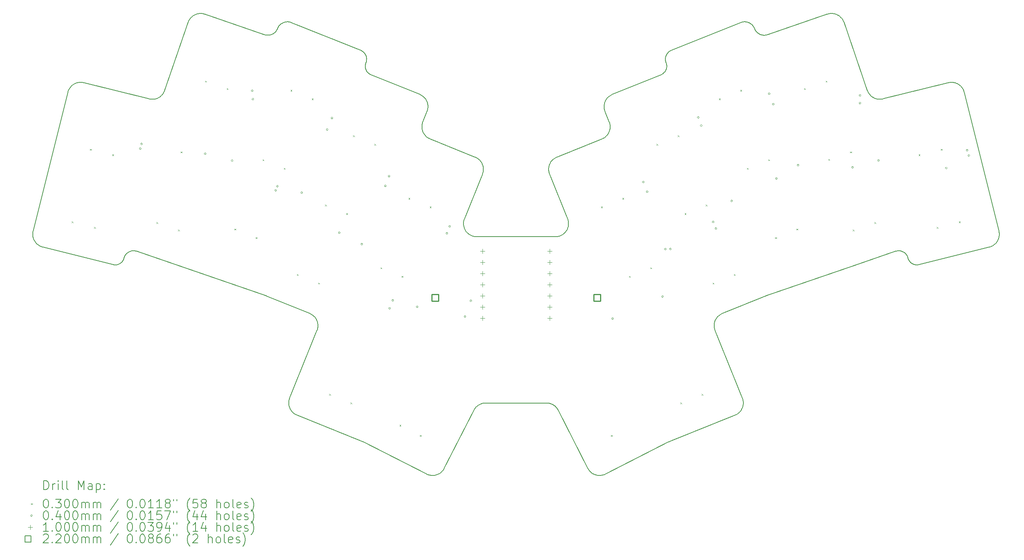
<source format=gbr>
%TF.GenerationSoftware,KiCad,Pcbnew,7.0.5-0*%
%TF.CreationDate,2023-07-18T22:33:50-04:00*%
%TF.ProjectId,tern,7465726e-2e6b-4696-9361-645f70636258,v1.0.0*%
%TF.SameCoordinates,Original*%
%TF.FileFunction,Drillmap*%
%TF.FilePolarity,Positive*%
%FSLAX45Y45*%
G04 Gerber Fmt 4.5, Leading zero omitted, Abs format (unit mm)*
G04 Created by KiCad (PCBNEW 7.0.5-0) date 2023-07-18 22:33:50*
%MOMM*%
%LPD*%
G01*
G04 APERTURE LIST*
%ADD10C,0.176400*%
%ADD11C,0.176388*%
%ADD12C,0.200000*%
%ADD13C,0.030000*%
%ADD14C,0.040000*%
%ADD15C,0.100000*%
%ADD16C,0.220000*%
G04 APERTURE END LIST*
D10*
X30976039Y-16517112D02*
X28952030Y-17214031D01*
X27804058Y-18000934D02*
X28422159Y-19530787D01*
D11*
X18066956Y-10986148D02*
X18078835Y-10984586D01*
X13177005Y-12468367D02*
X13186552Y-12457264D01*
X26688126Y-11901345D02*
X26684845Y-11891037D01*
X31298369Y-12617932D02*
X31306662Y-12629091D01*
X21252475Y-12767335D02*
X21259259Y-12780506D01*
X21498448Y-21272720D02*
X21484414Y-21277667D01*
X21204111Y-13536890D02*
X21212682Y-13548813D01*
X21259259Y-12780506D02*
X21265410Y-12794055D01*
X21173794Y-13255452D02*
X21168562Y-13269382D01*
X17620551Y-11285626D02*
X17632078Y-11286930D01*
X19879357Y-11921930D02*
X19876076Y-11932241D01*
X18633228Y-17623335D02*
X18619535Y-17616555D01*
X28939549Y-11288321D02*
X28950816Y-11287045D01*
X28937321Y-17219535D02*
X27969829Y-17610411D01*
X19803910Y-11655083D02*
X19812553Y-11661133D01*
X22341383Y-15862680D02*
X22359557Y-15865508D01*
X22096876Y-15581063D02*
X22098229Y-15599164D01*
X28554852Y-10998217D02*
X28566163Y-11002689D01*
X21299710Y-13626329D02*
X21312614Y-13633505D01*
X14301502Y-16477398D02*
X14292920Y-16482279D01*
X25421580Y-13399661D02*
X25422779Y-13385069D01*
X25386493Y-13511758D02*
X25393277Y-13498588D01*
X28984566Y-11279849D02*
X28995742Y-11276301D01*
X21158157Y-13428642D02*
X21161492Y-13442977D01*
X17906772Y-11083898D02*
X17914068Y-11074395D01*
X16184569Y-10799666D02*
X16199384Y-10802750D01*
X14440986Y-16262231D02*
X14433961Y-16270838D01*
X25423037Y-13355811D02*
X25422095Y-13341200D01*
X21263511Y-13601264D02*
X21275140Y-13610190D01*
X27792091Y-17812194D02*
X27788741Y-17826233D01*
X26621357Y-12162174D02*
X26629631Y-12155743D01*
X25294227Y-12981338D02*
X25291142Y-12966948D01*
X19870444Y-12025358D02*
X19872339Y-12035420D01*
X18792896Y-17898485D02*
X18793019Y-17883842D01*
X13159602Y-12491888D02*
X13168016Y-12479915D01*
X28256391Y-19921312D02*
X26770988Y-20521456D01*
X31388311Y-12701453D02*
X31400135Y-12708224D01*
X30727625Y-10997256D02*
X31259616Y-12542242D01*
X13350409Y-12364153D02*
X13364826Y-12361638D01*
X32180040Y-16350789D02*
X32180039Y-16350788D01*
X26691986Y-11911610D02*
X26691981Y-11911603D01*
X22543470Y-14289835D02*
X22545379Y-14304368D01*
X22098229Y-15599164D02*
X22100671Y-15617151D01*
X22364431Y-19758404D02*
X22351974Y-19774952D01*
X28332426Y-19876626D02*
X28320798Y-19885550D01*
X21287213Y-13618551D02*
X21299710Y-13626329D01*
X24049713Y-19655842D02*
X24039664Y-19653533D01*
X21115306Y-12639033D02*
X21128592Y-12645587D01*
X18144815Y-19732507D02*
X18140766Y-19718312D01*
X15250556Y-12650064D02*
X15259771Y-12639805D01*
X18055149Y-10988292D02*
X18066956Y-10986148D01*
X22330409Y-19810858D02*
X21659005Y-21128549D01*
X26691966Y-11911583D02*
X26688126Y-11901345D01*
X25379095Y-13524532D02*
X25386493Y-13511758D01*
X15186886Y-12701453D02*
X15198396Y-12694152D01*
X24029324Y-14362829D02*
X24028383Y-14348218D01*
X13118099Y-12585775D02*
X13122051Y-12571433D01*
X24215639Y-15865508D02*
X24233813Y-15862681D01*
X33443219Y-12543592D02*
X33448531Y-12557364D01*
X30361036Y-10806615D02*
X30375819Y-10802750D01*
X27782304Y-17898485D02*
X27783152Y-17913175D01*
X27782776Y-17869270D02*
X27782183Y-17883842D01*
X22272029Y-15840716D02*
X22288776Y-15847757D01*
X26704065Y-11953007D02*
X26701880Y-11942606D01*
X25236087Y-21287704D02*
X25221613Y-21289918D01*
X30549046Y-10813915D02*
X30562408Y-10819286D01*
X31911049Y-16195475D02*
X31900257Y-16198880D01*
X12391408Y-16002603D02*
X12382302Y-15990986D01*
X17783207Y-11249981D02*
X17792565Y-11243721D01*
X14353906Y-16432456D02*
X14347350Y-16439964D01*
X25275508Y-13626329D02*
X25288004Y-13618551D01*
X21286431Y-12952457D02*
X21284059Y-12966948D01*
X28681630Y-11103972D02*
X28687493Y-11114515D01*
X31463266Y-12733747D02*
X31476556Y-12737110D01*
X22510291Y-14192272D02*
X22517080Y-14205442D01*
X25362531Y-13548813D02*
X25371101Y-13536889D01*
X15043923Y-12744400D02*
X15057796Y-12743523D01*
X26758949Y-20526637D02*
X26755980Y-20528013D01*
X21153124Y-13341201D02*
X21152179Y-13355811D01*
X32180045Y-16350821D02*
X32180045Y-16350809D01*
X27916062Y-17638708D02*
X27903861Y-17647250D01*
X31921950Y-16192652D02*
X31911049Y-16195475D01*
X25393277Y-13498588D02*
X25399427Y-13485039D01*
X26692031Y-11911683D02*
X26692025Y-11911676D01*
X31955095Y-16187661D02*
X31943996Y-16188747D01*
X26738946Y-11681500D02*
X26746467Y-11674359D01*
X21188714Y-13511758D02*
X21196115Y-13524532D01*
X14532497Y-16199527D02*
X14522027Y-16203552D01*
X25315936Y-12780506D02*
X25322720Y-12767335D01*
X18774441Y-17784725D02*
X18769134Y-17771343D01*
X32388180Y-16506654D02*
X32377968Y-16506832D01*
X27806075Y-17771343D02*
X27800768Y-17784725D01*
X21575183Y-21229709D02*
X21563384Y-21238377D01*
X32377968Y-16506832D02*
X32367824Y-16506503D01*
X12521929Y-16094289D02*
X12508157Y-16088978D01*
X32032085Y-16196063D02*
X32021319Y-16193161D01*
X18185324Y-10996788D02*
X18196710Y-11001065D01*
X28378521Y-11001065D02*
X28389906Y-10996788D01*
X21412072Y-21291658D02*
X21397426Y-21292295D01*
X25285946Y-12908649D02*
X25286432Y-12894024D01*
X28883866Y-11286638D02*
X28894858Y-11288024D01*
X32180036Y-16350787D02*
X32180035Y-16350787D01*
X26678276Y-11859860D02*
X26677154Y-11849442D01*
X22106678Y-15490608D02*
X22102492Y-15508521D01*
X21245077Y-12754561D02*
X21252475Y-12767335D01*
X33307596Y-12393854D02*
X33320536Y-12401202D01*
X32265360Y-16472113D02*
X32257280Y-16466434D01*
X24069472Y-19661468D02*
X24059652Y-19658488D01*
X21368170Y-21291422D02*
X21353612Y-21289917D01*
X30635921Y-10864307D02*
X30646841Y-10873834D01*
X14395186Y-16350786D02*
X14395186Y-16350821D01*
X22373095Y-14063969D02*
X22386383Y-14070524D01*
X26637532Y-12148948D02*
X26645052Y-12141806D01*
X28810876Y-11263133D02*
X28820759Y-11267915D01*
X18694190Y-17665926D02*
X18683033Y-17656331D01*
X32159545Y-16298684D02*
X32153917Y-16289082D01*
X24040237Y-14420538D02*
X24036437Y-14406275D01*
X19810277Y-20523982D02*
X19807267Y-20522702D01*
X18150370Y-10987463D02*
X18162132Y-10989987D01*
X28444001Y-19645780D02*
X28443516Y-19660405D01*
X33437254Y-12530136D02*
X33443219Y-12543592D01*
X24967368Y-21200410D02*
X24957460Y-21189604D01*
X27783152Y-17913175D02*
X27784736Y-17927888D01*
X14325728Y-16460370D02*
X14317921Y-16466433D01*
X31334288Y-12659857D02*
X31344348Y-12669172D01*
X33224788Y-12364154D02*
X33239072Y-12367371D01*
X17634253Y-17218079D02*
X17630582Y-17216676D01*
X24923274Y-21141639D02*
X24916191Y-21128549D01*
X24188813Y-14070524D02*
X24202100Y-14063969D01*
X22496039Y-19664776D02*
X22477062Y-19672356D01*
X32042712Y-16199527D02*
X32032085Y-16196063D01*
X24167466Y-19714838D02*
X24159459Y-19708513D01*
X14227383Y-16504363D02*
X14217426Y-16505677D01*
X32429420Y-16500681D02*
X32419084Y-16502981D01*
X21324770Y-21284782D02*
X21310538Y-21281157D01*
X17855654Y-11178487D02*
X17861805Y-11168558D01*
X34246477Y-15870563D02*
X34243259Y-15884848D01*
X27812015Y-17758230D02*
X27806075Y-17771343D01*
X14166439Y-16504738D02*
X14156110Y-16502982D01*
X24466386Y-15652574D02*
X24470995Y-15634971D01*
X13151776Y-12504263D02*
X13159602Y-12491888D01*
X22377974Y-15867223D02*
X22396589Y-15867800D01*
X28374126Y-19835645D02*
X28364461Y-19846646D01*
X32227857Y-16439964D02*
X32221303Y-16432456D01*
X32180045Y-16350809D02*
X32180045Y-16350805D01*
X25288772Y-12952457D02*
X25287116Y-12937893D01*
X34174150Y-16013727D02*
X34164003Y-16024340D01*
X26762644Y-11661133D02*
X26771287Y-11655083D01*
X27786065Y-17840441D02*
X27784073Y-17854796D01*
X17929984Y-11056540D02*
X17938574Y-11048218D01*
X32273698Y-16477398D02*
X32265360Y-16472113D01*
X28948313Y-17215327D02*
X28944622Y-17216676D01*
X22533467Y-14246858D02*
X22537514Y-14261053D01*
X21635963Y-21166535D02*
X21627126Y-21178306D01*
X14246928Y-16500306D02*
X14237222Y-16502569D01*
X19885570Y-11758486D02*
X19888874Y-11768134D01*
X22396589Y-15867800D02*
X24178606Y-15867800D01*
X16214164Y-10806614D02*
X16228886Y-10811271D01*
X18318807Y-19921313D02*
X18305153Y-19915403D01*
X31559290Y-12744198D02*
X31573394Y-12743097D01*
X19887070Y-11901346D02*
X19883230Y-11911583D01*
X31476556Y-12737110D02*
X31490022Y-12739867D01*
X28425626Y-19746536D02*
X28420148Y-19760373D01*
X31424644Y-12720132D02*
X31437290Y-12725247D01*
X21212682Y-13548813D02*
X21221810Y-13560284D01*
X31988421Y-16187848D02*
X31977330Y-16187213D01*
X26679215Y-11797939D02*
X26681109Y-11787879D01*
X25338111Y-12742204D02*
X25346681Y-12730280D01*
X12494702Y-16083016D02*
X12481585Y-16076417D01*
X33280873Y-12381197D02*
X33294366Y-12387184D01*
X14207369Y-16506503D02*
X14197226Y-16506832D01*
X19888817Y-12083579D02*
X19893462Y-12092659D01*
X32318709Y-16497583D02*
X32309316Y-16494409D01*
X28782663Y-11246097D02*
X28791811Y-11252217D01*
X24478575Y-15562896D02*
X24477727Y-15544717D01*
X18789140Y-17840441D02*
X18786464Y-17826233D01*
X32092791Y-16225069D02*
X32083344Y-16218934D01*
X25319700Y-21259642D02*
X25306281Y-21266068D01*
X25192445Y-21292216D02*
X25177804Y-21292295D01*
X26704771Y-12025358D02*
X26706181Y-12015192D01*
X18139489Y-19573091D02*
X18143290Y-19558827D01*
X14284112Y-16486748D02*
X14275094Y-16490795D01*
X24058147Y-14205442D02*
X24064930Y-14192272D01*
X32180023Y-16350786D02*
X32180012Y-16350786D01*
X14197226Y-16506832D02*
X14187013Y-16506654D01*
X24223233Y-19774952D02*
X24217139Y-19766557D01*
X24163417Y-14085477D02*
X24175912Y-14077700D01*
X19867879Y-11721792D02*
X19872959Y-11730646D01*
X28801221Y-11257897D02*
X28810876Y-11263133D01*
X21153988Y-12660541D02*
X21166059Y-12668902D01*
X25221613Y-21289918D02*
X25207057Y-21291422D01*
X33333096Y-12409182D02*
X33345195Y-12417736D01*
X19962493Y-12168224D02*
X19971491Y-12173876D01*
X27941974Y-17623336D02*
X27928770Y-17630728D01*
X28841137Y-11276086D02*
X28851599Y-11279460D01*
X24128552Y-14112238D02*
X24139717Y-14102765D01*
X25207057Y-21291422D02*
X25192445Y-21292216D01*
X34250900Y-15783002D02*
X34251954Y-15797684D01*
X24286420Y-15847756D02*
X24303167Y-15840716D01*
X18605367Y-17610411D02*
X17637912Y-17219535D01*
X28443771Y-19631148D02*
X28444001Y-19645780D01*
X25322869Y-13591792D02*
X25333554Y-13581792D01*
X21512160Y-21267110D02*
X21498448Y-21272720D01*
X25311703Y-13601264D02*
X25322869Y-13591792D01*
X22097468Y-15544716D02*
X22096622Y-15562896D01*
X25330118Y-12754562D02*
X25338111Y-12742204D01*
X18781189Y-17971918D02*
X18785044Y-17957284D01*
X33388644Y-12457264D02*
X33398193Y-12468367D01*
X18114676Y-10983399D02*
X18126619Y-10984170D01*
X18167981Y-19787105D02*
X18161198Y-19773929D01*
X33137231Y-12359732D02*
X33151912Y-12358677D01*
X24059652Y-19658488D02*
X24049713Y-19655842D01*
X24269248Y-15853781D02*
X24286420Y-15847756D01*
X31966213Y-16187151D02*
X31955095Y-16187661D01*
X19819226Y-20528012D02*
X19816256Y-20526637D01*
X21627126Y-21178306D02*
X21617745Y-21189604D01*
X25090817Y-21277668D02*
X25076782Y-21272720D01*
X32153917Y-16289082D02*
X32147810Y-16279794D01*
X34106369Y-16069197D02*
X34093613Y-16076416D01*
X24178606Y-15867800D02*
X24197222Y-15867223D01*
X24037715Y-14261053D02*
X24041764Y-14246858D01*
X27928770Y-17630728D02*
X27916062Y-17638708D01*
X25419669Y-13414195D02*
X25421580Y-13399661D01*
X26799336Y-11639393D02*
X26809370Y-11635041D01*
X28608531Y-11025854D02*
X28618275Y-11032859D01*
X22517080Y-14205442D02*
X22523237Y-14218991D01*
X17632078Y-11286930D02*
X17643583Y-11287673D01*
X21128592Y-12645587D02*
X21141493Y-12652763D01*
X19807267Y-20522702D02*
X19804244Y-20521456D01*
X28872980Y-11284744D02*
X28883866Y-11286638D01*
X34192894Y-15990986D02*
X34183788Y-16002604D01*
X17753596Y-11266041D02*
X17763705Y-11261149D01*
X24117867Y-14122238D02*
X24128552Y-14112238D01*
X24463210Y-15472885D02*
X24456771Y-15455403D01*
X14501654Y-16213274D02*
X14491853Y-16218934D01*
X12411193Y-16024340D02*
X12401046Y-16013727D01*
X18153037Y-19530787D02*
X18771137Y-18000934D01*
X13137957Y-12530136D02*
X13144555Y-12517020D01*
X12326230Y-15856146D02*
X12324420Y-15841623D01*
X19980841Y-12179111D02*
X19990535Y-12183914D01*
X22540849Y-14275387D02*
X22543470Y-14289835D01*
X21252344Y-13591792D02*
X21263511Y-13601264D01*
X26645052Y-12141806D02*
X26652183Y-12134336D01*
X26692019Y-11911669D02*
X26692015Y-11911663D01*
X21161492Y-13442977D02*
X21165539Y-13457172D01*
X18143290Y-19558827D02*
X18147805Y-19544717D01*
X25409136Y-12668903D02*
X25421207Y-12660541D01*
X25401435Y-13255452D02*
X25307775Y-13023642D01*
X18756637Y-17745410D02*
X18749466Y-17732906D01*
X15284629Y-12606339D02*
X15291920Y-12594324D01*
X17976786Y-11019319D02*
X17987227Y-11013270D01*
X21289263Y-12908650D02*
X21289032Y-12923281D01*
X32180043Y-16350792D02*
X32180042Y-16350791D01*
X26700505Y-12045363D02*
X26702876Y-12035420D01*
X15209573Y-12686331D02*
X15220398Y-12678001D01*
X31531274Y-12744400D02*
X31545243Y-12744629D01*
X24041764Y-14246858D02*
X24046524Y-14232828D01*
X27870403Y-17676009D02*
X27860333Y-17686558D01*
X17872754Y-11147609D02*
X17877517Y-11136603D01*
X32173416Y-16329198D02*
X32169308Y-16318760D01*
X24051997Y-14218991D02*
X24058147Y-14205442D01*
X27969829Y-17610411D02*
X27955664Y-17616555D01*
X26690603Y-12074292D02*
X26694361Y-12064816D01*
X28661145Y-11074396D02*
X28668441Y-11083897D01*
X21151948Y-13370443D02*
X21152430Y-13385068D01*
X28944622Y-17216676D02*
X28940959Y-17218079D01*
X22386383Y-14070524D02*
X22399283Y-14077700D01*
X31490022Y-12739867D02*
X31503643Y-12742009D01*
X25286432Y-12894024D02*
X25287631Y-12879431D01*
X12468828Y-16069197D02*
X12456453Y-16061372D01*
X32357767Y-16505677D02*
X32347811Y-16504362D01*
X25307775Y-13023642D02*
X25302544Y-13009712D01*
X30507539Y-10801691D02*
X30521588Y-10805106D01*
X27955664Y-17616555D02*
X27941974Y-17623336D01*
X18733332Y-17708950D02*
X18724390Y-17697546D01*
X14381091Y-16390039D02*
X14376452Y-16399141D01*
X32419084Y-16502981D02*
X32408754Y-16504738D01*
X25355808Y-12718809D02*
X25365473Y-12707810D01*
X31283277Y-12594323D02*
X31290568Y-12606340D01*
X27860333Y-17686558D02*
X27850822Y-17697546D01*
X30685833Y-10917293D02*
X30694289Y-10929438D01*
X26701880Y-11942606D02*
X26699152Y-11932241D01*
X30449771Y-10794901D02*
X30464401Y-10795545D01*
X22196247Y-15791095D02*
X22210192Y-15802861D01*
X21170298Y-13471202D02*
X21175770Y-13485039D01*
X12481585Y-16076417D02*
X12468828Y-16069197D01*
X24046524Y-14232828D02*
X24051997Y-14218991D01*
X19883197Y-11911689D02*
X19879357Y-11921930D01*
X21268923Y-21266068D02*
X21255499Y-21259642D01*
X32180040Y-16350789D02*
X32180040Y-16350789D01*
X30588276Y-10831903D02*
X30600734Y-10839125D01*
X33253199Y-12371286D02*
X33267141Y-12375897D01*
X14410517Y-16308583D02*
X14405889Y-16318760D01*
X14511739Y-16208135D02*
X14501654Y-16213274D01*
X25309786Y-12794054D02*
X25315936Y-12780506D01*
X24948076Y-21178307D02*
X24939236Y-21166535D01*
X28435709Y-19573091D02*
X28438796Y-19587481D01*
X25298028Y-12995602D02*
X25294227Y-12981338D01*
X26652183Y-12134336D02*
X26658918Y-12126554D01*
X34248993Y-15856146D02*
X34246477Y-15870563D01*
X15015906Y-12744198D02*
X15029953Y-12744628D01*
X17689041Y-11285200D02*
X17700177Y-11283261D01*
X12351762Y-15940150D02*
X12345778Y-15926653D01*
X13336124Y-12367371D02*
X13350409Y-12364153D01*
X33378555Y-12446628D02*
X33388644Y-12457264D01*
X14156110Y-16502982D02*
X14145773Y-16500681D01*
X24939236Y-21166535D02*
X24930962Y-21154307D01*
X28442828Y-19616536D02*
X28443771Y-19631148D01*
X22377920Y-19742844D02*
X22364431Y-19758404D01*
X32180045Y-16350801D02*
X32180045Y-16350799D01*
X14491853Y-16218934D02*
X14482406Y-16225069D01*
X28720988Y-11182319D02*
X28727418Y-11191658D01*
X28950816Y-11287045D02*
X28962086Y-11285213D01*
X15865711Y-10955181D02*
X15873015Y-10942071D01*
X32101869Y-16231660D02*
X32092791Y-16225069D01*
X14347350Y-16439964D02*
X14340458Y-16447126D01*
X18134034Y-19601972D02*
X18136404Y-19587481D01*
X13126689Y-12557365D02*
X13131997Y-12543592D01*
X14340458Y-16447126D02*
X14333245Y-16453931D01*
X24116528Y-19681190D02*
X24107415Y-19676618D01*
X24244787Y-19810858D02*
X24239837Y-19801542D01*
X26697592Y-11739725D02*
X26702238Y-11730646D01*
X25353404Y-13560284D02*
X25362531Y-13548813D01*
X21285668Y-12864898D02*
X21287580Y-12879431D01*
X13267598Y-12393853D02*
X13280829Y-12387184D01*
X25411183Y-13283491D02*
X25406667Y-13269382D01*
X17597505Y-11281305D02*
X17609021Y-11283754D01*
X22446648Y-14112238D02*
X22457334Y-14122238D01*
X26684845Y-11891037D02*
X26682115Y-11880675D01*
X27794007Y-17971918D02*
X27798638Y-17986476D01*
X13294323Y-12381197D02*
X13308054Y-12375897D01*
X19862375Y-11713180D02*
X19867879Y-11721792D01*
X24303167Y-15840716D02*
X24319444Y-15832681D01*
X15986932Y-10831903D02*
X15999717Y-10825286D01*
X25413708Y-13442977D02*
X25417045Y-13428642D01*
X18776557Y-17986476D02*
X18781189Y-17971918D01*
X13423285Y-12358677D02*
X13437966Y-12359732D01*
X28851599Y-11279460D02*
X28862219Y-11282348D01*
X26750093Y-20530855D02*
X26747175Y-20532321D01*
X21166059Y-12668902D02*
X21177687Y-12677828D01*
X31315425Y-12639805D02*
X31324641Y-12650064D01*
X19897392Y-11808104D02*
X19898310Y-11818353D01*
X34216776Y-15953385D02*
X34209428Y-15966330D01*
X25422779Y-13385069D02*
X25423265Y-13370443D01*
X34246610Y-15753739D02*
X34249120Y-15768345D01*
X21168562Y-13269382D02*
X21164046Y-13283492D01*
X26764935Y-20523982D02*
X26761933Y-20525294D01*
X24098018Y-14143746D02*
X24107682Y-14132746D01*
X32180043Y-16350794D02*
X32180043Y-16350793D01*
X14376452Y-16399141D02*
X14371398Y-16407943D01*
X24072328Y-14179498D02*
X24080321Y-14167140D01*
X26706834Y-11973847D02*
X26705714Y-11963427D01*
X18220920Y-19857155D02*
X18210735Y-19846645D01*
X24079167Y-19664776D02*
X24069472Y-19661468D01*
X19816256Y-20526637D02*
X19813273Y-20525293D01*
X17877517Y-11136532D02*
X17882354Y-11125373D01*
X14575749Y-16189052D02*
X14564775Y-16190823D01*
X24476968Y-15599164D02*
X24478320Y-15581063D01*
X28952030Y-17214031D02*
X28948313Y-17215327D01*
X32309316Y-16494409D02*
X32300103Y-16490795D01*
X22108810Y-15652574D02*
X22114496Y-15669908D01*
X15175062Y-12708224D02*
X15186886Y-12701453D01*
X28520066Y-10988292D02*
X28531782Y-10991018D01*
X31290568Y-12606340D02*
X31298369Y-12617932D01*
X14620119Y-16187661D02*
X14609000Y-16187151D01*
X34249120Y-15768345D02*
X34250900Y-15783002D01*
X31270307Y-12569065D02*
X31276516Y-12581895D01*
X24365003Y-15802860D02*
X24378949Y-15791095D01*
X24477727Y-15544717D02*
X24475773Y-15526575D01*
X33093454Y-12367266D02*
X33107977Y-12364022D01*
X17899937Y-11093761D02*
X17906772Y-11083898D01*
X17609021Y-11283754D02*
X17620551Y-11285626D01*
X21470152Y-21281914D02*
X21455761Y-21285435D01*
X14256486Y-16497583D02*
X14246928Y-16500306D01*
X19869034Y-12015193D02*
X19870444Y-12025358D01*
X26681109Y-11787879D02*
X26683481Y-11777937D01*
X16140155Y-10794980D02*
X16154930Y-10795793D01*
X28704274Y-11152128D02*
X28709399Y-11162545D01*
X19856453Y-11704828D02*
X19862375Y-11713180D01*
X25299553Y-12821921D02*
X25304314Y-12807892D01*
X12401046Y-16013727D02*
X12391408Y-16002603D01*
X32203817Y-16407943D02*
X32198765Y-16399141D01*
X25288004Y-13618551D02*
X25300075Y-13610191D01*
X24468520Y-15490608D02*
X24463210Y-15472885D01*
X22114496Y-15669908D02*
X22121251Y-15686924D01*
X28962086Y-11285213D02*
X28973342Y-11282817D01*
X32053180Y-16203552D02*
X32042712Y-16199527D01*
X34251901Y-15827021D02*
X34250802Y-15841623D01*
X33151912Y-12358677D02*
X33166592Y-12358345D01*
X14482406Y-16225069D02*
X14473329Y-16231660D01*
X30420278Y-10795793D02*
X30435055Y-10794980D01*
X25292620Y-21271797D02*
X25278744Y-21276827D01*
X24182834Y-19728308D02*
X24175259Y-19721438D01*
X17626899Y-17215327D02*
X17623201Y-17214031D01*
X24977779Y-21210707D02*
X24967368Y-21200410D01*
X21196115Y-13524532D02*
X21204111Y-13536890D01*
X28749038Y-11217397D02*
X28756965Y-11225189D01*
X13452619Y-12361512D02*
X13467220Y-12364022D01*
X19868385Y-11973846D02*
X19867784Y-11984250D01*
X32110563Y-16238689D02*
X32101869Y-16231660D01*
X18155047Y-19760373D02*
X18149576Y-19746537D01*
X17877517Y-11136603D02*
X17877517Y-11136532D01*
X12508157Y-16088978D02*
X12494702Y-16083016D01*
X26754368Y-11667565D02*
X26762644Y-11661133D01*
X31977330Y-16187213D02*
X31966213Y-16187151D01*
X18149576Y-19746537D02*
X18144815Y-19732507D01*
X18305153Y-19915403D02*
X18291866Y-19908854D01*
X17763705Y-11261149D02*
X17773581Y-11255793D01*
X17732750Y-11274401D02*
X17743272Y-11270462D01*
X18078835Y-10984586D02*
X18090761Y-10983607D01*
X24378949Y-15791095D02*
X24392198Y-15778456D01*
X21219387Y-12718809D02*
X21228514Y-12730280D01*
X15220398Y-12678001D02*
X15230849Y-12669173D01*
X31264666Y-12555843D02*
X31270307Y-12569065D01*
X13131997Y-12543592D02*
X13137957Y-12530136D01*
X18137429Y-19703978D02*
X18134804Y-19689531D01*
X34234733Y-15912919D02*
X34229432Y-15926653D01*
X24088891Y-14155217D02*
X24098018Y-14143746D01*
X22407748Y-19714838D02*
X22392379Y-19728309D01*
X31573394Y-12743097D02*
X31587534Y-12741317D01*
X24008933Y-19648677D02*
X23998520Y-19647764D01*
X25105078Y-21281914D02*
X25090817Y-21277668D01*
X28441169Y-19601972D02*
X28442828Y-19616536D01*
X13242098Y-12409182D02*
X13254659Y-12401202D01*
X28391823Y-19812246D02*
X28383254Y-19824172D01*
X26780287Y-11649431D02*
X26789639Y-11644196D01*
X15098641Y-12737110D02*
X15111931Y-12733747D01*
X14265880Y-16494410D02*
X14256486Y-16497583D01*
X12328592Y-15753740D02*
X12331829Y-15739212D01*
X28413998Y-19773928D02*
X28407214Y-19787105D01*
X24029841Y-14304368D02*
X24031752Y-14289834D01*
X26718744Y-11704828D02*
X26725077Y-11696752D01*
X21538537Y-21253967D02*
X21525530Y-21260853D01*
X25262608Y-13633505D02*
X25275508Y-13626329D01*
X33239072Y-12367371D02*
X33253199Y-12371286D01*
X16199384Y-10802750D02*
X16214164Y-10806614D01*
X17810405Y-11229890D02*
X17818852Y-11222335D01*
X12322931Y-15812366D02*
X12323261Y-15797685D01*
X12345778Y-15926653D02*
X12340482Y-15912919D01*
X14360110Y-16424611D02*
X14353906Y-16432456D01*
X15304890Y-12569065D02*
X15310530Y-12555843D01*
X19898643Y-11839040D02*
X19898042Y-11849442D01*
X13379348Y-12359829D02*
X13393950Y-12358730D01*
X19953853Y-12162174D02*
X19962493Y-12168224D01*
X21153625Y-13399661D02*
X21155535Y-13414195D01*
X18140766Y-19718312D02*
X18137429Y-19703978D01*
X26584667Y-12183914D02*
X26594363Y-12179111D01*
X18132378Y-19616536D02*
X18134034Y-19601972D01*
X14664176Y-16195475D02*
X14653269Y-16192652D01*
X28756965Y-11225189D02*
X28765222Y-11232575D01*
X22121251Y-15686924D02*
X22129070Y-15703569D01*
X19877551Y-12055167D02*
X19880853Y-12064816D01*
X28928302Y-11289050D02*
X28939549Y-11288321D01*
X28496380Y-10984586D02*
X28508258Y-10986148D01*
X17630582Y-17216676D02*
X17626899Y-17215327D01*
X30702181Y-10942071D02*
X30709484Y-10955182D01*
X28698175Y-11137749D02*
X28698662Y-11138962D01*
X14309840Y-16472113D02*
X14301502Y-16477398D01*
X26707317Y-11721792D02*
X26712821Y-11713180D01*
X28627650Y-11040319D02*
X28636640Y-11048217D01*
X34183788Y-16002604D02*
X34174150Y-16013727D01*
X31306662Y-12629091D02*
X31315425Y-12639805D01*
X21586539Y-21220480D02*
X21575183Y-21229709D01*
X28440408Y-19689531D02*
X28437781Y-19703978D01*
X32180033Y-16350787D02*
X32180031Y-16350787D01*
X26697664Y-12055167D02*
X26700505Y-12045363D01*
X18671347Y-17647250D02*
X18659145Y-17638708D01*
X31587534Y-12741317D02*
X31601693Y-12738844D01*
X12340482Y-15912919D02*
X12335874Y-15898976D01*
X18031836Y-10994326D02*
X18043435Y-10991018D01*
X27800768Y-17784725D02*
X27796103Y-17798350D01*
X27788741Y-17826233D02*
X27786065Y-17840441D01*
X21157156Y-13312145D02*
X21154783Y-13326636D01*
X21282589Y-21271797D02*
X21268923Y-21266068D01*
X32408754Y-16504738D02*
X32398448Y-16505959D01*
X26761933Y-20525294D02*
X26758949Y-20526637D01*
X31324641Y-12650064D02*
X31334288Y-12659857D01*
X32180045Y-16350799D02*
X32180044Y-16350797D01*
X25404900Y-13471202D02*
X25409659Y-13457172D01*
X24210780Y-19758404D02*
X24204161Y-19750498D01*
X24478320Y-15581063D02*
X24478575Y-15562896D01*
X32180035Y-16350787D02*
X32180033Y-16350787D01*
X28973342Y-11282817D02*
X28984566Y-11279849D01*
X28270045Y-19915403D02*
X28256391Y-19921312D01*
X34118744Y-16061372D02*
X34106369Y-16069197D01*
X15974473Y-10839125D02*
X15986932Y-10831903D01*
X15029953Y-12744628D02*
X15043923Y-12744400D01*
X28543385Y-10994327D02*
X28554852Y-10998217D01*
X15276828Y-12617932D02*
X15284629Y-12606339D01*
X17966686Y-11025854D02*
X17976786Y-11019319D01*
X24029512Y-19651565D02*
X24019266Y-19649945D01*
X26683481Y-11777937D02*
X26686323Y-11768134D01*
X26789639Y-11644196D02*
X26799336Y-11639393D01*
X22467520Y-14132747D02*
X22477188Y-14143746D01*
X30624581Y-10855339D02*
X30635921Y-10864307D01*
X34080496Y-16083015D02*
X34067041Y-16088978D01*
X32176988Y-16339880D02*
X32173416Y-16329198D01*
X22544223Y-14377394D02*
X22541850Y-14391884D01*
X14597884Y-16187213D02*
X14586792Y-16187848D01*
X14187013Y-16506654D02*
X14176745Y-16505958D01*
X21284059Y-12966948D02*
X21280971Y-12981338D01*
X28687493Y-11114515D02*
X28692848Y-11125373D01*
X24049984Y-14448578D02*
X24044753Y-14434648D01*
X22170491Y-15764969D02*
X22182998Y-15778456D01*
X30646841Y-10873834D02*
X30657316Y-10883908D01*
X27841881Y-17708950D02*
X27833518Y-17720745D01*
X28905940Y-11288893D02*
X28917094Y-11289237D01*
X28587994Y-11013270D02*
X28598432Y-11019319D01*
X19871158Y-11953006D02*
X19869508Y-11963426D01*
X33407184Y-12479915D02*
X33415601Y-12491888D01*
X12326087Y-15768345D02*
X12328592Y-15753740D01*
X28653403Y-11065271D02*
X28661145Y-11074396D01*
X19874710Y-12045362D02*
X19877551Y-12055167D01*
X19876076Y-11932241D02*
X19873346Y-11942606D01*
X15198396Y-12694152D02*
X15209573Y-12686331D01*
X26707101Y-12004941D02*
X26707521Y-11994621D01*
X34093613Y-16076416D02*
X34080496Y-16083015D01*
X22359442Y-14058054D02*
X22373095Y-14063969D01*
X27796103Y-17798350D02*
X27792091Y-17812194D01*
X22255752Y-15832681D02*
X22272029Y-15840716D01*
X15950624Y-10855339D02*
X15962362Y-10846941D01*
X28283332Y-19908854D02*
X28270045Y-19915403D01*
X26574633Y-12188266D02*
X26584667Y-12183914D01*
X30478921Y-10796898D02*
X30493309Y-10798951D01*
X18779105Y-17798350D02*
X18774441Y-17784725D01*
X21154783Y-13326636D02*
X21153124Y-13341201D01*
X25306281Y-21266068D02*
X25292620Y-21271797D01*
X25304314Y-12807892D02*
X25309786Y-12794054D01*
X30612844Y-10846941D02*
X30624581Y-10855339D01*
X24233813Y-15862681D02*
X24251697Y-15858763D01*
X18009068Y-11002689D02*
X18020373Y-10998217D01*
X19898310Y-11818353D02*
X19898730Y-11828671D01*
X32234747Y-16447126D02*
X32227857Y-16439964D01*
X15847569Y-10997256D02*
X15852964Y-10982785D01*
X25235667Y-13645975D02*
X25249321Y-13640060D01*
X32126749Y-16253993D02*
X32118861Y-16246139D01*
X32180039Y-16350788D02*
X32180037Y-16350788D01*
X24197222Y-15867223D02*
X24215639Y-15865508D01*
X22111987Y-15472885D02*
X22106678Y-15490608D01*
X19813273Y-20525293D02*
X19810277Y-20523982D01*
X24404705Y-15764969D02*
X24416426Y-15750657D01*
X32021319Y-16193161D02*
X32010438Y-16190823D01*
X16039780Y-10809184D02*
X16053624Y-10805105D01*
X28894858Y-11288024D02*
X28905940Y-11288893D01*
X24064930Y-14192272D02*
X24072328Y-14179498D01*
X19890351Y-11891037D02*
X19887070Y-11901346D01*
X34243259Y-15884848D02*
X34239343Y-15898976D01*
X24456771Y-15455403D02*
X24049984Y-14448578D01*
X19812553Y-11661133D02*
X19820828Y-11667565D01*
X26676674Y-12101513D02*
X26681753Y-12092658D01*
X22158770Y-15750656D02*
X22170491Y-15764969D01*
X25421207Y-12660541D02*
X25433703Y-12652763D01*
X22210192Y-15802861D02*
X22224788Y-15813729D01*
X27784073Y-17854796D02*
X27782776Y-17869270D01*
X21152430Y-13385068D02*
X21153625Y-13399661D01*
X25386342Y-12687301D02*
X25397508Y-12677828D01*
X31900257Y-16198880D02*
X30976039Y-16517112D01*
X28636640Y-11048217D02*
X28645230Y-11056540D01*
X28765222Y-11232575D02*
X28773794Y-11239547D01*
X28442319Y-19674998D02*
X28440408Y-19689531D01*
X28472501Y-10983212D02*
X28484453Y-10983607D01*
X14456336Y-16246140D02*
X14448449Y-16253993D01*
X28697678Y-11136532D02*
X28698175Y-11137749D01*
X26665250Y-12118479D02*
X26671172Y-12110125D01*
X32141237Y-16270838D02*
X32134212Y-16262232D01*
X17700177Y-11283261D02*
X17711185Y-11280809D01*
X14392362Y-16361028D02*
X14389062Y-16370974D01*
X24234589Y-19792449D02*
X24229051Y-19783585D01*
X28422159Y-19530787D02*
X28427391Y-19544717D01*
X14543127Y-16196063D02*
X14532497Y-16199527D01*
X19930161Y-12141806D02*
X19937679Y-12148947D01*
X13207256Y-12436480D02*
X13218381Y-12426843D01*
X25409659Y-13457172D02*
X25413708Y-13442977D01*
X32073542Y-16213274D02*
X32063463Y-16208134D01*
X32249474Y-16460370D02*
X32241958Y-16453931D01*
X17623201Y-17214031D02*
X14674973Y-16198880D01*
X18793019Y-17883842D02*
X18792427Y-17869271D01*
X24957460Y-21189604D02*
X24948076Y-21178307D01*
X26746467Y-11674359D02*
X26754368Y-11667565D01*
X21209722Y-12707810D02*
X21219387Y-12718809D01*
X32186164Y-16370974D02*
X32182866Y-16361029D01*
X21199538Y-12697301D02*
X21209722Y-12707810D01*
X28773794Y-11239547D02*
X28782663Y-11246097D01*
X28741460Y-11209206D02*
X28749038Y-11217397D01*
X17914068Y-11074395D02*
X17921811Y-11065272D01*
X15111931Y-12733747D02*
X15125026Y-12729789D01*
X17801636Y-11237021D02*
X17810405Y-11229890D01*
X21484414Y-21277667D02*
X21470152Y-21281914D01*
X19888874Y-11768134D02*
X19891715Y-11777938D01*
X19990535Y-12183914D02*
X20000566Y-12188266D01*
X14317921Y-16466433D02*
X14309840Y-16472113D01*
X18131435Y-19631147D02*
X18132378Y-19616536D01*
X32164680Y-16308583D02*
X32159545Y-16298684D01*
X21296470Y-21276827D02*
X21282589Y-21271797D01*
X15873015Y-10942071D02*
X15880908Y-10929438D01*
X28484453Y-10983607D02*
X28496380Y-10984586D01*
X32147810Y-16279794D02*
X32141237Y-16270838D01*
X25278744Y-21276827D02*
X25264678Y-21281156D01*
X21188853Y-12687301D02*
X21199538Y-12697301D01*
X24088727Y-19668406D02*
X24079167Y-19664776D01*
X15852964Y-10982785D02*
X15859019Y-10968756D01*
X24175259Y-19721438D02*
X24167466Y-19714838D01*
X26676885Y-11818354D02*
X26677805Y-11808104D01*
X33210370Y-12361638D02*
X33224788Y-12364154D01*
X25287631Y-12879431D02*
X25289543Y-12864898D01*
X19904043Y-12110125D02*
X19909964Y-12118478D01*
X17637912Y-17219535D02*
X17634253Y-17218079D01*
X26699152Y-11932241D02*
X26695873Y-11921930D01*
X31545243Y-12744629D02*
X31559290Y-12744198D01*
X33415601Y-12491888D02*
X33423430Y-12504263D01*
X15298680Y-12581895D02*
X15304890Y-12569065D01*
X18131208Y-19645779D02*
X18131435Y-19631147D01*
X18173791Y-10993095D02*
X18185324Y-10996788D01*
X24215754Y-14058054D02*
X25235667Y-13645975D01*
X17666461Y-11287510D02*
X17677797Y-11286619D01*
X23998520Y-19647764D02*
X23988035Y-19647214D01*
X24988675Y-21220480D02*
X24977779Y-21210707D01*
X32291084Y-16486749D02*
X32282278Y-16482280D01*
X26692011Y-11911656D02*
X26692007Y-11911650D01*
X13196641Y-12446628D02*
X13207256Y-12436480D01*
X15315581Y-12542242D02*
X15847569Y-10997256D01*
X21525530Y-21260853D02*
X21512160Y-21267110D01*
X25076782Y-21272720D02*
X25063069Y-21267109D01*
X14333245Y-16453931D02*
X14325728Y-16460370D01*
X25422095Y-13341200D02*
X25420439Y-13326636D01*
X24044753Y-14434648D02*
X24040237Y-14420538D01*
X19765826Y-11635041D02*
X19775860Y-11639393D01*
X14642276Y-16190410D02*
X14631218Y-16188747D01*
X22494891Y-14167140D02*
X22502888Y-14179498D01*
X22399283Y-14077700D02*
X22411779Y-14085477D01*
X14292920Y-16482279D02*
X14284112Y-16486748D01*
X31354799Y-12678001D02*
X31365623Y-12686331D01*
X27833518Y-17720745D02*
X27825746Y-17732907D01*
X17792565Y-11243721D02*
X17801636Y-11237021D01*
X16012802Y-10819286D02*
X16026165Y-10813915D01*
X18763196Y-17758230D02*
X18756637Y-17745410D01*
X28389906Y-10996788D02*
X28401438Y-10993095D01*
X33345195Y-12417736D02*
X33356814Y-12426843D01*
X25000034Y-21229709D02*
X24988675Y-21220480D01*
X21597431Y-21210707D02*
X21586539Y-21220480D01*
X14522027Y-16203552D02*
X14511739Y-16208135D01*
X26677805Y-11808104D02*
X26679215Y-11797939D01*
X28508258Y-10986148D02*
X28520066Y-10988292D01*
X21651922Y-21141640D02*
X21644235Y-21154307D01*
X21152179Y-13355811D02*
X21151948Y-13370443D01*
X32180044Y-16350797D02*
X32180044Y-16350796D01*
X28917094Y-11289237D02*
X28928302Y-11289050D01*
X32180045Y-16350805D02*
X32180045Y-16350801D01*
X24197292Y-19742843D02*
X24190180Y-19735445D01*
X21339565Y-13645975D02*
X22359442Y-14058054D01*
X19804244Y-20521456D02*
X18318807Y-19921313D01*
X24392198Y-15778456D02*
X24404705Y-15764969D01*
X18619535Y-17616555D02*
X18605367Y-17610411D01*
X22538763Y-14406275D02*
X22534960Y-14420538D01*
X14553894Y-16193161D02*
X14543127Y-16196063D01*
X21270887Y-12807891D02*
X21275652Y-12821921D01*
X22351974Y-19774952D02*
X22340613Y-19792449D01*
X27782183Y-17883842D02*
X27782304Y-17898485D01*
X21287580Y-12879431D02*
X21288778Y-12894024D01*
X26686398Y-12083579D02*
X26690603Y-12074292D01*
X17997993Y-11007721D02*
X18009068Y-11002689D01*
X16110811Y-10795544D02*
X16125440Y-10794902D01*
X22102492Y-15508521D02*
X22099424Y-15526575D01*
X12331829Y-15739212D02*
X13118099Y-12585775D01*
X17861805Y-11168558D02*
X17867511Y-11158263D01*
X18278965Y-19901683D02*
X18266469Y-19893909D01*
X24437247Y-15719793D02*
X24446125Y-15703569D01*
X31412252Y-12714454D02*
X31424644Y-12720132D01*
X12421830Y-16034427D02*
X12411193Y-16024340D01*
X18683033Y-17656331D02*
X18671347Y-17647250D01*
X19916296Y-12126554D02*
X19923031Y-12134336D01*
X12328745Y-15870563D02*
X12326230Y-15856146D01*
X24239837Y-19801542D02*
X24234589Y-19792449D01*
X16169743Y-10797351D02*
X16184569Y-10799666D01*
X28437781Y-19703978D02*
X28434444Y-19718312D01*
X28364461Y-19846646D02*
X28354277Y-19857155D01*
X32169308Y-16318760D02*
X32164680Y-16308583D01*
X21275140Y-13610190D02*
X21287213Y-13618551D01*
X26694361Y-12064816D02*
X26697664Y-12055167D01*
X28296232Y-19901683D02*
X28283332Y-19908854D01*
X30464401Y-10795545D02*
X30478921Y-10796898D01*
X14401782Y-16329198D02*
X14398210Y-16339879D01*
X25302544Y-13009712D02*
X25298028Y-12995602D01*
X14609000Y-16187151D02*
X14597884Y-16187213D01*
X31365623Y-12686331D02*
X31376801Y-12694152D01*
X14973503Y-12738844D02*
X14987662Y-12741316D01*
X26770988Y-20521456D02*
X26767953Y-20522702D01*
X30375819Y-10802750D02*
X30390637Y-10799665D01*
X18183373Y-19812245D02*
X18175380Y-19799883D01*
X34153367Y-16034426D02*
X34142265Y-16043971D01*
X27787066Y-17942600D02*
X27790153Y-17957284D01*
X28940959Y-17218079D02*
X28937321Y-17219535D01*
X13308054Y-12375897D02*
X13321996Y-12371287D01*
X26679928Y-11870277D02*
X26678276Y-11859860D01*
X28995742Y-11276301D02*
X30346311Y-10811271D01*
X32180031Y-16350787D02*
X32180028Y-16350786D01*
X12335874Y-15898976D02*
X12331961Y-15884848D01*
X19877605Y-11739724D02*
X19881812Y-11749010D01*
X21353612Y-21289917D02*
X21339136Y-21287704D01*
X25446604Y-12645587D02*
X25459890Y-12639033D01*
X27798638Y-17986476D02*
X27804058Y-18000934D01*
X22576678Y-19647764D02*
X22555933Y-19649945D01*
X22239990Y-15823678D02*
X22255752Y-15832681D01*
X18161198Y-19773929D02*
X18155047Y-19760373D01*
X16067673Y-10801691D02*
X16081903Y-10798951D01*
X19868116Y-12004941D02*
X19869034Y-12015193D01*
X24229051Y-19783585D02*
X24223233Y-19774952D01*
X28645230Y-11056540D02*
X28653403Y-11065271D01*
X28424856Y-10987463D02*
X28436699Y-10985524D01*
X22546826Y-14348218D02*
X22545882Y-14362829D01*
X34209428Y-15966330D02*
X34201448Y-15978889D01*
X21312614Y-13633505D02*
X21325906Y-13640060D01*
X28727418Y-11191658D02*
X28734247Y-11200624D01*
X27850822Y-17697546D02*
X27841881Y-17708950D01*
X19909964Y-12118478D02*
X19916296Y-12126554D01*
X22435481Y-14102765D02*
X22446648Y-14112238D01*
X22597709Y-19647029D02*
X22576678Y-19647764D01*
X19785557Y-11644196D02*
X19794910Y-11649431D01*
X32118861Y-16246139D02*
X32110563Y-16238689D01*
X14217426Y-16505677D02*
X14207369Y-16506503D01*
X25375657Y-12697301D02*
X25386342Y-12687301D01*
X24107415Y-19676618D02*
X24098146Y-19672355D01*
X15057796Y-12743523D02*
X15071554Y-12742009D01*
X28791811Y-11252217D02*
X28801221Y-11257897D01*
X26731814Y-11688970D02*
X26738946Y-11681500D01*
X21241660Y-13581792D02*
X21252344Y-13591792D01*
X30709484Y-10955182D02*
X30716176Y-10968757D01*
X22288776Y-15847757D02*
X22305947Y-15853781D01*
X26771287Y-11655083D02*
X26780287Y-11649431D01*
X27903861Y-17647250D02*
X27892177Y-17656331D01*
X24175912Y-14077700D02*
X24188813Y-14070524D01*
X18785044Y-17957284D02*
X18788132Y-17942599D01*
X30435055Y-10794980D02*
X30449771Y-10794901D01*
X15939282Y-10864307D02*
X15950624Y-10855339D01*
X22440961Y-19691241D02*
X22423963Y-19702469D01*
X31932940Y-16190410D02*
X31921950Y-16192652D01*
X19895268Y-11870277D02*
X19893081Y-11880675D01*
X17643583Y-11287673D02*
X17655050Y-11287863D01*
X12382302Y-15990986D02*
X12373748Y-15978889D01*
X24217139Y-19766557D02*
X24210780Y-19758404D01*
X26755980Y-20528013D02*
X26753029Y-20529418D01*
X15137907Y-12725247D02*
X15150553Y-12720132D01*
X18043435Y-10991018D02*
X18055149Y-10988292D01*
X12331961Y-15884848D02*
X12328745Y-15870563D01*
X26692034Y-11911686D02*
X26692031Y-11911683D01*
X15928362Y-10873834D02*
X15939282Y-10864307D01*
X18749466Y-17732906D02*
X18741694Y-17720745D01*
X15240909Y-12659857D02*
X15250556Y-12650064D01*
X22099424Y-15526575D02*
X22097468Y-15544716D01*
X31400135Y-12708224D02*
X31412252Y-12714454D01*
X17834713Y-11205986D02*
X17842091Y-11197208D01*
X16026165Y-10813915D02*
X16039780Y-10809184D01*
X26707435Y-11984251D02*
X26706834Y-11973847D01*
X32180044Y-16350796D02*
X32180043Y-16350794D01*
X25322720Y-12767335D02*
X25330118Y-12754562D01*
X25346681Y-12730280D02*
X25355808Y-12718809D01*
X32083344Y-16218934D02*
X32073542Y-16213274D01*
X18786464Y-17826233D02*
X18783117Y-17812194D01*
X33122578Y-12361512D02*
X33137231Y-12359732D01*
X18134804Y-19689531D02*
X18132892Y-19674998D01*
X26691972Y-11911590D02*
X26691966Y-11911583D01*
X19884611Y-12074292D02*
X19888817Y-12083579D01*
X18020373Y-10998217D02*
X18031836Y-10994326D01*
X13481740Y-12367266D02*
X14959347Y-12735670D01*
X28420148Y-19760373D02*
X28413998Y-19773928D01*
X17882354Y-11125373D02*
X17887713Y-11114515D01*
X26676553Y-11839040D02*
X26676466Y-11828671D01*
X14448449Y-16253993D02*
X14440986Y-16262231D01*
X13437966Y-12359732D02*
X13452619Y-12361512D01*
X19898730Y-11828671D02*
X19898643Y-11839040D01*
X25433703Y-12652763D02*
X25446604Y-12645587D01*
X16125440Y-10794902D02*
X16140155Y-10794980D01*
X25399427Y-13485039D02*
X25404900Y-13471202D01*
X13230001Y-12417736D02*
X13242098Y-12409182D01*
X24335206Y-15823678D02*
X24350407Y-15813730D01*
X19893462Y-12092659D02*
X19898540Y-12101513D01*
X19820828Y-11667565D02*
X19828731Y-11674359D01*
X27784736Y-17927888D02*
X27787066Y-17942600D01*
X28566163Y-11002689D02*
X28577232Y-11007721D01*
X25333554Y-13581792D02*
X25343739Y-13571283D01*
X26612716Y-12168224D02*
X26621357Y-12162174D01*
X18131694Y-19660405D02*
X18131208Y-19645779D01*
X28699617Y-11141366D02*
X28704274Y-11152128D01*
X31999465Y-16189052D02*
X31988421Y-16187848D01*
X15085175Y-12739867D02*
X15098641Y-12737110D01*
X15907879Y-10894517D02*
X15917886Y-10883908D01*
X32180012Y-16350786D02*
X32176988Y-16339880D01*
X32198765Y-16399141D02*
X32194129Y-16390040D01*
X18266469Y-19893909D02*
X18254399Y-19885550D01*
X16228886Y-10811271D02*
X17574588Y-11274645D01*
X25459890Y-12639033D02*
X25473543Y-12633118D01*
X18138524Y-10985525D02*
X18150370Y-10987463D01*
X32182866Y-16361029D02*
X32180045Y-16350821D01*
X19822183Y-20529418D02*
X19819226Y-20528012D01*
X32180041Y-16350790D02*
X32180040Y-16350789D01*
X21267421Y-13023642D02*
X21173794Y-13255452D01*
X24028156Y-14333586D02*
X24028641Y-14318960D01*
X25423265Y-13370443D02*
X25423037Y-13355811D01*
X25024061Y-21246469D02*
X25011836Y-21238378D01*
X33448531Y-12557364D02*
X33453174Y-12571432D01*
X26682115Y-11880675D02*
X26679928Y-11870277D01*
X25049698Y-21260853D02*
X25036689Y-21253967D01*
X17987227Y-11013270D02*
X17997993Y-11007721D01*
X21310538Y-21281157D02*
X21296470Y-21276827D01*
X26695873Y-11921930D02*
X26692038Y-11911689D01*
X25177804Y-21292295D02*
X25163158Y-21291659D01*
X26629631Y-12155743D02*
X26637532Y-12148948D01*
X28431907Y-19558827D02*
X28435709Y-19573091D01*
X19828057Y-20532321D02*
X19825127Y-20530855D01*
X15859019Y-10968756D02*
X15865711Y-10955181D01*
X14145773Y-16500681D02*
X12550341Y-16102890D01*
X27892177Y-17656331D02*
X27881021Y-17665925D01*
X19896919Y-11859860D02*
X19895268Y-11870277D01*
X30694289Y-10929438D02*
X30702181Y-10942071D01*
X32398448Y-16505959D02*
X32388180Y-16506654D01*
X32180037Y-16350788D02*
X32180036Y-16350787D01*
X25295504Y-12836116D02*
X25299553Y-12821921D01*
X19898540Y-12101513D02*
X19904043Y-12110125D01*
X15001803Y-12743097D02*
X15015906Y-12744198D01*
X12432932Y-16043971D02*
X12421830Y-16034427D01*
X34250802Y-15841623D02*
X34248993Y-15856146D01*
X26671172Y-12110125D02*
X26676674Y-12101513D01*
X26809370Y-11635041D02*
X28378521Y-11001065D01*
X19872339Y-12035420D02*
X19874710Y-12045362D01*
X24470995Y-15634971D02*
X24474524Y-15617151D01*
X18783117Y-17812194D02*
X18779105Y-17798350D01*
X33181247Y-12358730D02*
X33195848Y-12359829D01*
X21231475Y-13571284D02*
X21241660Y-13581792D01*
X21160243Y-13297755D02*
X21157156Y-13312145D01*
X21175770Y-13485039D02*
X21181926Y-13498588D01*
X24202100Y-14063969D02*
X24215754Y-14058054D01*
X17849077Y-11188039D02*
X17855654Y-11178487D01*
X21255499Y-21259642D02*
X19828057Y-20532321D01*
X26753029Y-20529418D02*
X26750093Y-20530855D01*
X14371398Y-16407943D02*
X14365946Y-16416436D01*
X12323261Y-15797685D02*
X12324312Y-15783002D01*
X14464634Y-16238689D02*
X14456336Y-16246140D01*
X18659145Y-17638708D02*
X18646435Y-17630728D01*
X19893081Y-11880675D02*
X19890351Y-11891037D01*
X15150553Y-12720132D02*
X15162944Y-12714454D01*
X34142265Y-16043971D02*
X34130716Y-16052958D01*
X21397426Y-21292295D02*
X21382783Y-21292215D01*
X34252287Y-15812366D02*
X34251901Y-15827021D01*
X26692038Y-11911689D02*
X26692034Y-11911686D01*
X24319444Y-15832681D02*
X24335206Y-15823678D01*
X34243367Y-15739212D02*
X34246610Y-15753739D01*
X33166592Y-12358345D02*
X33181247Y-12358730D01*
X17867511Y-11158263D02*
X17872754Y-11147609D01*
X28443516Y-19660405D02*
X28442319Y-19674998D01*
X19937679Y-12148947D02*
X19945580Y-12155743D01*
X25250450Y-21284783D02*
X25236087Y-21287704D01*
X14398210Y-16339879D02*
X14395186Y-16350786D01*
X13321996Y-12371287D02*
X13336124Y-12367371D01*
X14421280Y-16289082D02*
X14415651Y-16298684D01*
X22545379Y-14304368D02*
X22546575Y-14318961D01*
X21155535Y-13414195D02*
X21158157Y-13428642D01*
X15071554Y-12742009D02*
X15085175Y-12739867D01*
X17655050Y-11287863D02*
X17666461Y-11287510D01*
X19825127Y-20530855D02*
X19822183Y-20529418D01*
X18136404Y-19587481D02*
X18139489Y-19573091D01*
X25418069Y-13312146D02*
X25414983Y-13297755D01*
X18790462Y-17927888D02*
X18792047Y-17913175D01*
X17826960Y-11214364D02*
X17834713Y-11205986D01*
X19836251Y-11681500D02*
X19843384Y-11688970D01*
X27881021Y-17665925D02*
X27870403Y-17676009D01*
X25287116Y-12937893D02*
X25286174Y-12923282D01*
X24472705Y-15508522D02*
X24468520Y-15490608D01*
X34229432Y-15926653D02*
X34223445Y-15940150D01*
X24142844Y-19696710D02*
X24134250Y-19691240D01*
X15917886Y-10883908D02*
X15928362Y-10873834D01*
X26707521Y-11994621D02*
X26707435Y-11984251D01*
X26677154Y-11849442D02*
X26676553Y-11839040D01*
X25292167Y-12850451D02*
X25295504Y-12836116D01*
X30493309Y-10798951D02*
X30507539Y-10801691D01*
X32063463Y-16208134D02*
X32053180Y-16203552D01*
X25163158Y-21291659D02*
X25148537Y-21290305D01*
X30575492Y-10825286D02*
X30588276Y-10831903D01*
X12535998Y-16098931D02*
X12521929Y-16094289D01*
X18714879Y-17686558D02*
X18704809Y-17676009D01*
X32300103Y-16490795D02*
X32291084Y-16486749D01*
X28427391Y-19544717D02*
X28431907Y-19558827D01*
X19850120Y-11696752D02*
X19856453Y-11704828D01*
X25397508Y-12677828D02*
X25409136Y-12668903D01*
X22096622Y-15562896D02*
X22096876Y-15581063D01*
X31259616Y-12542242D02*
X31264666Y-12555843D01*
X22100671Y-15617151D02*
X22104201Y-15634971D01*
X14586792Y-16187848D02*
X14575749Y-16189052D01*
X14389062Y-16370974D02*
X14385299Y-16380647D01*
X24098146Y-19672355D02*
X24088727Y-19668406D01*
X21659005Y-21128549D02*
X21651922Y-21141640D01*
X22147882Y-15735544D02*
X22158770Y-15750656D01*
X24446125Y-15703569D02*
X24453945Y-15686924D01*
X28618275Y-11032859D02*
X28627650Y-11040319D01*
X22477062Y-19672356D02*
X22458681Y-19681189D01*
X21277169Y-12995602D02*
X21272652Y-13009712D01*
X32328267Y-16500306D02*
X32318709Y-16497583D01*
X21617745Y-21189604D02*
X21607840Y-21200410D01*
X30390637Y-10799665D02*
X30405464Y-10797351D01*
X21265410Y-12794055D02*
X21270887Y-12807891D01*
X19881812Y-11749010D02*
X19885570Y-11758486D01*
X24125475Y-19686065D02*
X24116528Y-19681190D01*
X24916191Y-21128549D02*
X24244787Y-19810858D01*
X19891715Y-11777938D02*
X19894087Y-11787878D01*
X25133966Y-21288231D02*
X25119470Y-21285435D01*
X12373748Y-15978889D02*
X12365767Y-15966330D01*
X20000566Y-12188266D02*
X21101652Y-12633118D01*
X28430392Y-19732507D02*
X28425626Y-19746536D01*
X15880908Y-10929438D02*
X15889366Y-10917294D01*
X25036689Y-21253967D02*
X25024061Y-21246469D01*
X32221303Y-16432456D02*
X32215101Y-16424610D01*
X28675274Y-11093762D02*
X28681630Y-11103972D01*
X32215101Y-16424610D02*
X32209267Y-16416436D01*
X33423430Y-12504263D02*
X33430652Y-12517020D01*
X30676835Y-10905649D02*
X30685833Y-10917293D01*
X18788132Y-17942599D02*
X18790462Y-17927888D01*
X28668441Y-11083897D02*
X28675274Y-11093762D01*
X21382783Y-21292215D02*
X21368170Y-21291422D01*
X24151250Y-19702469D02*
X24142844Y-19696710D01*
X22392379Y-19728309D02*
X22377920Y-19742844D01*
X28354277Y-19857155D02*
X28343592Y-19867155D01*
X23977488Y-19647029D02*
X22597709Y-19647029D01*
X22137949Y-15719792D02*
X22147882Y-15735544D01*
X18724390Y-17697546D02*
X18714879Y-17686558D01*
X14987662Y-12741316D02*
X15001803Y-12743097D01*
X19971491Y-12173876D02*
X19980841Y-12179111D01*
X17938574Y-11048218D02*
X17947564Y-11040318D01*
X22534960Y-14420538D02*
X22530443Y-14434648D01*
X13393950Y-12358730D02*
X13408605Y-12358344D01*
X26691981Y-11911603D02*
X26691976Y-11911596D01*
X18162132Y-10989987D02*
X18173791Y-10993095D01*
X28401438Y-10993095D02*
X28413095Y-10989987D01*
X22182998Y-15778456D02*
X22196247Y-15791095D01*
X24251697Y-15858763D02*
X24269248Y-15853781D01*
X32180042Y-16350791D02*
X32180041Y-16350790D01*
X21283043Y-12850450D02*
X21285668Y-12864898D01*
X17722049Y-11277853D02*
X17732750Y-11274401D01*
X22411779Y-14085477D02*
X22423851Y-14093839D01*
X22340613Y-19792449D02*
X22330409Y-19810858D01*
X15162944Y-12714454D02*
X15175062Y-12708224D01*
X18196710Y-11001065D02*
X19765826Y-11635041D01*
X18792427Y-17869271D02*
X18791130Y-17854795D01*
X24427314Y-15735544D02*
X24437247Y-15719793D01*
X18191944Y-19824172D02*
X18183373Y-19812245D01*
X12324420Y-15841623D02*
X12323319Y-15827021D01*
X24159459Y-19708513D02*
X24151250Y-19702469D01*
X19923031Y-12134336D02*
X19930161Y-12141806D01*
X15230849Y-12669173D02*
X15240909Y-12659857D01*
X24033351Y-14391884D02*
X24030981Y-14377393D01*
X30405464Y-10797351D02*
X30420278Y-10795793D01*
X19873346Y-11942606D02*
X19871158Y-11953006D01*
X24930962Y-21154307D02*
X24923274Y-21141639D01*
X22537514Y-14261053D02*
X22540849Y-14275387D01*
X21325906Y-13640060D02*
X21339565Y-13645975D01*
X17677797Y-11286619D02*
X17689041Y-11285200D01*
X15125026Y-12729789D02*
X15137907Y-12725247D01*
X22545882Y-14362829D02*
X22544223Y-14377394D01*
X25414983Y-13297755D02*
X25411183Y-13283491D01*
X28343592Y-19867155D02*
X28332426Y-19876626D01*
X21275652Y-12821921D02*
X21279704Y-12836116D01*
X22423851Y-14093839D02*
X22435481Y-14102765D01*
X14427388Y-16279794D02*
X14421280Y-16289082D01*
X22547057Y-14333586D02*
X22546826Y-14348218D01*
X24416426Y-15750657D02*
X24427314Y-15735544D01*
X13467220Y-12364022D02*
X13481740Y-12367266D01*
X17947564Y-11040318D02*
X17956939Y-11032859D01*
X14405889Y-16318760D02*
X14401782Y-16329198D01*
X26705714Y-11963427D02*
X26704065Y-11953007D01*
X15259771Y-12639805D02*
X15268535Y-12629091D01*
X26692015Y-11911663D02*
X26692011Y-11911656D01*
X32367824Y-16506503D02*
X32357767Y-16505677D01*
X17921811Y-11065272D02*
X17929984Y-11056540D01*
X21644235Y-21154307D02*
X21635963Y-21166535D01*
X21279704Y-12836116D02*
X21283043Y-12850450D01*
X17893579Y-11103972D02*
X17899937Y-11093761D01*
X22118426Y-15455403D02*
X22111987Y-15472885D01*
X22477188Y-14143746D02*
X22486317Y-14155217D01*
X19867697Y-11994622D02*
X19868116Y-12004941D01*
X18231605Y-19867155D02*
X18220920Y-19857155D01*
X22423963Y-19702469D02*
X22407748Y-19714838D01*
X24028383Y-14348218D02*
X24028156Y-14333586D01*
X33457133Y-12585775D02*
X34243367Y-15739212D01*
X21181926Y-13498588D02*
X21188714Y-13511758D01*
X25148537Y-21290305D02*
X25133966Y-21288231D01*
X25286174Y-12923282D02*
X25285946Y-12908649D01*
X15898364Y-10905649D02*
X15907879Y-10894517D01*
X18242770Y-19876626D02*
X18231605Y-19867155D01*
X14415651Y-16298684D02*
X14410517Y-16308583D01*
X30600734Y-10839125D02*
X30612844Y-10846941D01*
X26676466Y-11828671D02*
X26676885Y-11818354D01*
X14365946Y-16416436D02*
X14360110Y-16424611D01*
X31517400Y-12743523D02*
X31531274Y-12744400D01*
X19843384Y-11688970D02*
X19850120Y-11696752D01*
X26692025Y-11911676D02*
X26692019Y-11911669D01*
X26691976Y-11911596D02*
X26691972Y-11911590D01*
X25289543Y-12864898D02*
X25292167Y-12850451D01*
X17586022Y-11278271D02*
X17597505Y-11281305D01*
X18704809Y-17676009D02*
X18694190Y-17665926D01*
X28460543Y-10983399D02*
X28472501Y-10983212D01*
X28407214Y-19787105D02*
X28399817Y-19799884D01*
X18201070Y-19835645D02*
X18191944Y-19824172D01*
X30562408Y-10819286D02*
X30575492Y-10825286D01*
X25473543Y-12633118D02*
X26574633Y-12188266D01*
X12365767Y-15966330D02*
X12358426Y-15953384D01*
X24030981Y-14377393D02*
X24029324Y-14362829D01*
X17773581Y-11255793D02*
X17783207Y-11249981D01*
X13280829Y-12387184D02*
X13294323Y-12381197D01*
X34239343Y-15898976D02*
X34234733Y-15912919D01*
X22129070Y-15703569D02*
X22137949Y-15719792D01*
X25249321Y-13640060D02*
X25262608Y-13633505D01*
X24031752Y-14289834D02*
X24034377Y-14275387D01*
X24474524Y-15617151D02*
X24476968Y-15599164D01*
X28709399Y-11162545D02*
X28714976Y-11172612D01*
X28598432Y-11019319D02*
X28608531Y-11025854D01*
X30722231Y-10982785D02*
X30727625Y-10997256D01*
X25300075Y-13610191D02*
X25311703Y-13601264D01*
X31376801Y-12694152D02*
X31388311Y-12701453D01*
X14433961Y-16270838D02*
X14427388Y-16279794D01*
X12456453Y-16061372D02*
X12444480Y-16052958D01*
X14395186Y-16350821D02*
X14392362Y-16361028D01*
X26702876Y-12035420D02*
X26704771Y-12025358D01*
X12358426Y-15953384D02*
X12351762Y-15940150D01*
X17743272Y-11270462D02*
X17753596Y-11266041D01*
X21272652Y-13009712D02*
X21267421Y-13023642D01*
X21165539Y-13457172D02*
X21170298Y-13471202D01*
X26681753Y-12092658D02*
X26686398Y-12083579D01*
X26692007Y-11911650D02*
X26692000Y-11911636D01*
X32241958Y-16453931D02*
X32234747Y-16447126D01*
X28692848Y-11125373D02*
X28697678Y-11136532D01*
X14631218Y-16188747D02*
X14620119Y-16187661D01*
X21563384Y-21238377D02*
X21551162Y-21246469D01*
X34164003Y-16024340D02*
X34153367Y-16034426D01*
X19883230Y-11911583D02*
X19883197Y-11911689D01*
X32209267Y-16416436D02*
X32203817Y-16407943D01*
X32180043Y-16350793D02*
X32180043Y-16350792D01*
X21455761Y-21285435D02*
X21441265Y-21288231D01*
X14473329Y-16231660D02*
X14464634Y-16238689D01*
X30657316Y-10883908D02*
X30667322Y-10894516D01*
X19872959Y-11730646D02*
X19877605Y-11739724D01*
X26658918Y-12126554D02*
X26665250Y-12118479D01*
X31943996Y-16188747D02*
X31932940Y-16190410D01*
X34223445Y-15940150D02*
X34216776Y-15953385D01*
X26691993Y-11911623D02*
X26691990Y-11911616D01*
X24034377Y-14275387D02*
X24037715Y-14261053D01*
X28698662Y-11138962D02*
X28699617Y-11141366D01*
X28413095Y-10989987D02*
X28424856Y-10987463D01*
X13408605Y-12358344D02*
X13423285Y-12358677D01*
X13218381Y-12426843D02*
X13230001Y-12417736D01*
X17842091Y-11197208D02*
X17849077Y-11188039D01*
X24107682Y-14132746D02*
X24117867Y-14122238D01*
X16154930Y-10795793D02*
X16169743Y-10797351D01*
X25063069Y-21267109D02*
X25049698Y-21260853D01*
X31276516Y-12581895D02*
X31283277Y-12594323D01*
X16081903Y-10798951D02*
X16096290Y-10796898D01*
X28862219Y-11282348D02*
X28872980Y-11284744D01*
X21551162Y-21246469D02*
X21538537Y-21253967D01*
X31450170Y-12729789D02*
X31463266Y-12733747D01*
X12323319Y-15827021D02*
X12322931Y-15812366D01*
X21289032Y-12923281D02*
X21288089Y-12937893D01*
X12550341Y-16102890D02*
X12535998Y-16098931D01*
X25343739Y-13571283D02*
X25353404Y-13560284D01*
X21164046Y-13283492D02*
X21160243Y-13297755D01*
X18769134Y-17771343D02*
X18763196Y-17758230D01*
X30346311Y-10811271D02*
X30361036Y-10806615D01*
X19794910Y-11649431D02*
X19803910Y-11655083D01*
X25420439Y-13326636D02*
X25418069Y-13312146D01*
X33398193Y-12468367D02*
X33407184Y-12479915D01*
X18132892Y-19674998D02*
X18131694Y-19660405D01*
X22224788Y-15813729D02*
X22239990Y-15823678D01*
X25417045Y-13428642D02*
X25419669Y-13414195D01*
X33453174Y-12571432D02*
X33457133Y-12585775D01*
X24139717Y-14102765D02*
X24151346Y-14093839D01*
X26725077Y-11696752D02*
X26731814Y-11688970D01*
X22359557Y-15865508D02*
X22377974Y-15867223D01*
X22525212Y-14448578D02*
X22118426Y-15455403D01*
X28436699Y-10985524D02*
X28448601Y-10984170D01*
X34067041Y-16088978D02*
X34053269Y-16094289D01*
X21288089Y-12937893D02*
X21286431Y-12952457D01*
X25119470Y-21285435D02*
X25105078Y-21281914D01*
X26747175Y-20532321D02*
X25319700Y-21259642D01*
X26689627Y-11758486D02*
X26693386Y-11749010D01*
X18254399Y-19885550D02*
X18242770Y-19876626D01*
X34251954Y-15797684D02*
X34252287Y-15812366D01*
X15268535Y-12629091D02*
X15276828Y-12617932D01*
X26686323Y-11768134D02*
X26689627Y-11758486D01*
X25291142Y-12966948D02*
X25288772Y-12952457D01*
X18291866Y-19908854D02*
X18278965Y-19901683D01*
X33320536Y-12401202D02*
X33333096Y-12409182D01*
X33356814Y-12426843D02*
X33367939Y-12436481D01*
X15889366Y-10917294D02*
X15898364Y-10905649D01*
X30521588Y-10805106D02*
X30535431Y-10809184D01*
X18791130Y-17854795D02*
X18789140Y-17840441D01*
X24204161Y-19750498D02*
X24197292Y-19742843D01*
X13364826Y-12361638D02*
X13379348Y-12359829D01*
X28383254Y-19824172D02*
X28374126Y-19835645D01*
X31503643Y-12742009D02*
X31517400Y-12743523D01*
X22502888Y-14179498D02*
X22510291Y-14192272D01*
X25264678Y-21281156D02*
X25250450Y-21284783D01*
X14653269Y-16192652D02*
X14642276Y-16190410D01*
X32347811Y-16504362D02*
X32337973Y-16502569D01*
X17711185Y-11280809D02*
X17722049Y-11277853D01*
X21141493Y-12652763D02*
X21153988Y-12660541D01*
X26693386Y-11749010D02*
X26697592Y-11739725D01*
X17818852Y-11222335D02*
X17826960Y-11214364D01*
X28320798Y-19885550D02*
X28308727Y-19893909D01*
X28434444Y-19718312D02*
X28430392Y-19732507D01*
X18210735Y-19846645D02*
X18201070Y-19835645D01*
X24080321Y-14167140D02*
X24088891Y-14155217D01*
X22528708Y-14232828D02*
X22533467Y-14246858D01*
X15291920Y-12594324D02*
X15298680Y-12581895D01*
X15999717Y-10825286D02*
X16012802Y-10819286D01*
X19775860Y-11639393D02*
X19785557Y-11644196D01*
X33107977Y-12364022D02*
X33122578Y-12361512D01*
X26603716Y-12173876D02*
X26612716Y-12168224D01*
X25406667Y-13269382D02*
X25401435Y-13255452D01*
X21426694Y-21290305D02*
X21412072Y-21291658D01*
X28531782Y-10991018D02*
X28543385Y-10994327D01*
X34201448Y-15978889D02*
X34192894Y-15990986D01*
X34053269Y-16094289D02*
X34039200Y-16098932D01*
X26706181Y-12015192D02*
X26707101Y-12004941D01*
X33430652Y-12517020D02*
X33437254Y-12530136D01*
X33267141Y-12375897D02*
X33280873Y-12381197D01*
X22541850Y-14391884D02*
X22538763Y-14406275D01*
X22323498Y-15858763D02*
X22341383Y-15862680D01*
X30716176Y-10968757D02*
X30722231Y-10982785D01*
X27790153Y-17957284D02*
X27794007Y-17971918D01*
X22535537Y-19653532D02*
X22515552Y-19658489D01*
X30535431Y-10809184D02*
X30549046Y-10813915D01*
X22530443Y-14434648D02*
X22525212Y-14448578D01*
X13254659Y-12401202D02*
X13267598Y-12393853D01*
X14674973Y-16198880D02*
X14664176Y-16195475D01*
X19869508Y-11963426D02*
X19868385Y-11973846D01*
X31615849Y-12735670D02*
X33093454Y-12367266D01*
X15310530Y-12555843D02*
X15315581Y-12542242D01*
X18771137Y-18000934D02*
X18776557Y-17986476D01*
X25371101Y-13536889D02*
X25379095Y-13524532D01*
X17574588Y-11274645D02*
X17586022Y-11278271D01*
X13144555Y-12517020D02*
X13151776Y-12504263D01*
X21221810Y-13560284D02*
X21231475Y-13571284D01*
X16053624Y-10805105D02*
X16067673Y-10801691D01*
X18646435Y-17630728D02*
X18633228Y-17623335D01*
X34039200Y-16098932D02*
X34024858Y-16102890D01*
X32257280Y-16466434D02*
X32249474Y-16460370D01*
X21237084Y-12742203D02*
X21245077Y-12754561D01*
X21441265Y-21288231D02*
X21426694Y-21290305D01*
X26767953Y-20522702D02*
X26764935Y-20523982D01*
X13186552Y-12457264D02*
X13196641Y-12446628D01*
X24028641Y-14318960D02*
X24029841Y-14304368D01*
X31437290Y-12725247D02*
X31450170Y-12729789D01*
X22546575Y-14318961D02*
X22547057Y-14333586D01*
X27818575Y-17745409D02*
X27812015Y-17758230D01*
X28438796Y-19587481D02*
X28441169Y-19601972D01*
X32180028Y-16350786D02*
X32180023Y-16350786D01*
X22515552Y-19658489D02*
X22496039Y-19664776D01*
X22104201Y-15634971D02*
X22108810Y-15652574D01*
X24134250Y-19691240D02*
X24125475Y-19686065D01*
X24460700Y-15669909D02*
X24466386Y-15652574D01*
X19898042Y-11849442D02*
X19896919Y-11859860D01*
X24151346Y-14093839D02*
X24163417Y-14085477D01*
X18126619Y-10984170D02*
X18138524Y-10985525D01*
X32282278Y-16482280D02*
X32273698Y-16477398D01*
X21101652Y-12633118D02*
X21115306Y-12639033D01*
X28448601Y-10984170D02*
X28460543Y-10983399D01*
X14176745Y-16505958D02*
X14166439Y-16504738D01*
X33294366Y-12387184D02*
X33307596Y-12393854D01*
X28734247Y-11200624D02*
X28741460Y-11209206D01*
X19880853Y-12064816D02*
X19884611Y-12074292D01*
X22458681Y-19681189D02*
X22440961Y-19691241D01*
X25365473Y-12707810D02*
X25375657Y-12697301D01*
X22486317Y-14155217D02*
X22494891Y-14167140D01*
X19894087Y-11787878D02*
X19895981Y-11797939D01*
X14564775Y-16190823D02*
X14553894Y-16193161D01*
X16096290Y-10796898D02*
X16110811Y-10795544D01*
X32189924Y-16380647D02*
X32186164Y-16370974D01*
X28714976Y-11172612D02*
X28720988Y-11182319D01*
X21288778Y-12894024D02*
X21289263Y-12908650D01*
X18102716Y-10983211D02*
X18114676Y-10983399D01*
X26692000Y-11911636D02*
X26691993Y-11911623D01*
X34130716Y-16052958D02*
X34118744Y-16061372D01*
X31601693Y-12738844D02*
X31615849Y-12735670D01*
X21339136Y-21287704D02*
X21324770Y-21284782D01*
X30667322Y-10894516D02*
X30676835Y-10905649D01*
X23988035Y-19647214D02*
X23977488Y-19647029D01*
X26712821Y-11713180D02*
X26718744Y-11704828D01*
X24019266Y-19649945D02*
X24008933Y-19648677D01*
X12444480Y-16052958D02*
X12432932Y-16043971D01*
X14275094Y-16490795D02*
X14265880Y-16494410D01*
X34024858Y-16102890D02*
X32429420Y-16500681D01*
X24036437Y-14406275D02*
X24033351Y-14391884D01*
X21280971Y-12981338D02*
X21277169Y-12995602D01*
X32134212Y-16262232D02*
X32126749Y-16253993D01*
X17887713Y-11114515D02*
X17893579Y-11103972D01*
X18175380Y-19799883D02*
X18167981Y-19787105D01*
X13122051Y-12571433D02*
X13126689Y-12557365D01*
X22523237Y-14218991D02*
X22528708Y-14232828D01*
X19945580Y-12155743D02*
X19953853Y-12162174D01*
X31344348Y-12669172D02*
X31354799Y-12678001D01*
X25011836Y-21238378D02*
X25000034Y-21229709D01*
X18792047Y-17913175D02*
X18792896Y-17898485D01*
X12324312Y-15783002D02*
X12326087Y-15768345D01*
X28820759Y-11267915D02*
X28830851Y-11272235D01*
X19867784Y-11984250D02*
X19867697Y-11994622D01*
X21607840Y-21200410D02*
X21597431Y-21210707D01*
X26594363Y-12179111D02*
X26603716Y-12173876D01*
X28308727Y-19893909D02*
X28296232Y-19901683D01*
X14237222Y-16502569D02*
X14227383Y-16504363D01*
X22555933Y-19649945D02*
X22535537Y-19653532D01*
X19895981Y-11797939D02*
X19897392Y-11808104D01*
X28830851Y-11272235D02*
X28841137Y-11276086D01*
X32194129Y-16390040D02*
X32189924Y-16380647D01*
X14385299Y-16380647D02*
X14381091Y-16390039D01*
X15962362Y-10846941D02*
X15974473Y-10839125D01*
X33367939Y-12436481D02*
X33378555Y-12446628D01*
X21177687Y-12677828D02*
X21188853Y-12687301D01*
X17956939Y-11032859D02*
X17966686Y-11025854D01*
X19828731Y-11674359D02*
X19836251Y-11681500D01*
X26691990Y-11911616D02*
X26691986Y-11911610D01*
X27825746Y-17732907D02*
X27818575Y-17745409D01*
X33195848Y-12359829D02*
X33210370Y-12361638D01*
X32337973Y-16502569D02*
X32328267Y-16500306D01*
X24039664Y-19653533D02*
X24029512Y-19651565D01*
X24350407Y-15813730D02*
X24365003Y-15802860D01*
X24190180Y-19735445D02*
X24182834Y-19728308D01*
X22457334Y-14122238D02*
X22467520Y-14132747D01*
X13168016Y-12479915D02*
X13177005Y-12468367D01*
X26702238Y-11730646D02*
X26707317Y-11721792D01*
X18147805Y-19544717D02*
X18153037Y-19530787D01*
X28399817Y-19799884D02*
X28391823Y-19812246D01*
X24453945Y-15686924D02*
X24460700Y-15669909D01*
X22305947Y-15853781D02*
X22323498Y-15858763D01*
X21228514Y-12730280D02*
X21237084Y-12742203D01*
X24475773Y-15526575D02*
X24472705Y-15508522D01*
X14959347Y-12735670D02*
X14973503Y-12738844D01*
X32010438Y-16190823D02*
X31999465Y-16189052D01*
X28577232Y-11007721D02*
X28587994Y-11013270D01*
X18090761Y-10983607D02*
X18102716Y-10983211D01*
X18741694Y-17720745D02*
X18733332Y-17708950D01*
D12*
D13*
X13209900Y-15521229D02*
X13239900Y-15551229D01*
X13239900Y-15521229D02*
X13209900Y-15551229D01*
X13621167Y-13871726D02*
X13651167Y-13901726D01*
X13651167Y-13871726D02*
X13621167Y-13901726D01*
X13714454Y-15647028D02*
X13744454Y-15677028D01*
X13744454Y-15647028D02*
X13714454Y-15677028D01*
X14125721Y-13997525D02*
X14155721Y-14027525D01*
X14155721Y-13997525D02*
X14125721Y-14027525D01*
X15128593Y-15538012D02*
X15158593Y-15568012D01*
X15158593Y-15538012D02*
X15128593Y-15568012D01*
X15620263Y-15707308D02*
X15650263Y-15737308D01*
X15650263Y-15707308D02*
X15620263Y-15737308D01*
X15682059Y-13930631D02*
X15712059Y-13960631D01*
X15712059Y-13930631D02*
X15682059Y-13960631D01*
X16235525Y-12323249D02*
X16265525Y-12353249D01*
X16265525Y-12323249D02*
X16235525Y-12353249D01*
X16727194Y-12492544D02*
X16757194Y-12522544D01*
X16757194Y-12492544D02*
X16727194Y-12522544D01*
X16900684Y-15684950D02*
X16930684Y-15714950D01*
X16930684Y-15684950D02*
X16900684Y-15714950D01*
X17382820Y-15879745D02*
X17412820Y-15909745D01*
X17412820Y-15879745D02*
X17382820Y-15909745D01*
X17537516Y-14108737D02*
X17567516Y-14138737D01*
X17567516Y-14108737D02*
X17537516Y-14138737D01*
X18019652Y-14303533D02*
X18049652Y-14333533D01*
X18049652Y-14303533D02*
X18019652Y-14333533D01*
X18174347Y-12532525D02*
X18204347Y-12562525D01*
X18204347Y-12532525D02*
X18174347Y-12562525D01*
X18317689Y-16715835D02*
X18347689Y-16745835D01*
X18347689Y-16715835D02*
X18317689Y-16745835D01*
X18656483Y-12727320D02*
X18686483Y-12757320D01*
X18686483Y-12727320D02*
X18656483Y-12757320D01*
X18799825Y-16910630D02*
X18829825Y-16940630D01*
X18829825Y-16910630D02*
X18799825Y-16940630D01*
X18954521Y-15139622D02*
X18984521Y-15169622D01*
X18984521Y-15139622D02*
X18954521Y-15169622D01*
X19051037Y-19438829D02*
X19081037Y-19468829D01*
X19081037Y-19438829D02*
X19051037Y-19468829D01*
X19436657Y-15334417D02*
X19466657Y-15364417D01*
X19466657Y-15334417D02*
X19436657Y-15364417D01*
X19533173Y-19633625D02*
X19563173Y-19663625D01*
X19563173Y-19633625D02*
X19533173Y-19663625D01*
X19591352Y-13563409D02*
X19621352Y-13593409D01*
X19621352Y-13563409D02*
X19591352Y-13593409D01*
X20073488Y-13758205D02*
X20103488Y-13788205D01*
X20103488Y-13758205D02*
X20073488Y-13788205D01*
X20212318Y-16564559D02*
X20242318Y-16594559D01*
X20242318Y-16564559D02*
X20212318Y-16594559D01*
X20644803Y-20140224D02*
X20674803Y-20170224D01*
X20674803Y-20140224D02*
X20644803Y-20170224D01*
X20694454Y-16759355D02*
X20724454Y-16789355D01*
X20724454Y-16759355D02*
X20694454Y-16789355D01*
X20849149Y-14988347D02*
X20879149Y-15018347D01*
X20879149Y-14988347D02*
X20849149Y-15018347D01*
X21108127Y-20376299D02*
X21138127Y-20406299D01*
X21138127Y-20376299D02*
X21108127Y-20406299D01*
X21331285Y-15183142D02*
X21361285Y-15213142D01*
X21361285Y-15183142D02*
X21331285Y-15213142D01*
X25217716Y-15183142D02*
X25247716Y-15213142D01*
X25247716Y-15183142D02*
X25217716Y-15213142D01*
X25440873Y-20376299D02*
X25470873Y-20406299D01*
X25470873Y-20376299D02*
X25440873Y-20406299D01*
X25699851Y-14988347D02*
X25729851Y-15018347D01*
X25729851Y-14988347D02*
X25699851Y-15018347D01*
X25854546Y-16759355D02*
X25884546Y-16789355D01*
X25884546Y-16759355D02*
X25854546Y-16789355D01*
X26336682Y-16564559D02*
X26366682Y-16594559D01*
X26366682Y-16564559D02*
X26336682Y-16594559D01*
X26475512Y-13758204D02*
X26505512Y-13788204D01*
X26505512Y-13758204D02*
X26475512Y-13788204D01*
X26957647Y-13563409D02*
X26987647Y-13593409D01*
X26987647Y-13563409D02*
X26957647Y-13593409D01*
X27015827Y-19633625D02*
X27045827Y-19663625D01*
X27045827Y-19633625D02*
X27015827Y-19663625D01*
X27112344Y-15334417D02*
X27142344Y-15364417D01*
X27142344Y-15334417D02*
X27112344Y-15364417D01*
X27497963Y-19438829D02*
X27527963Y-19468829D01*
X27527963Y-19438829D02*
X27497963Y-19468829D01*
X27594479Y-15139622D02*
X27624479Y-15169622D01*
X27624479Y-15139622D02*
X27594479Y-15169622D01*
X27749175Y-16910630D02*
X27779175Y-16940630D01*
X27779175Y-16910630D02*
X27749175Y-16940630D01*
X27892517Y-12727320D02*
X27922517Y-12757320D01*
X27922517Y-12727320D02*
X27892517Y-12757320D01*
X28231310Y-16715834D02*
X28261310Y-16745834D01*
X28261310Y-16715834D02*
X28231310Y-16745834D01*
X28374652Y-12532525D02*
X28404652Y-12562525D01*
X28404652Y-12532525D02*
X28374652Y-12562525D01*
X28529348Y-14303533D02*
X28559348Y-14333533D01*
X28559348Y-14303533D02*
X28529348Y-14333533D01*
X29011484Y-14108737D02*
X29041484Y-14138737D01*
X29041484Y-14108737D02*
X29011484Y-14138737D01*
X29166179Y-15879745D02*
X29196179Y-15909745D01*
X29196179Y-15879745D02*
X29166179Y-15909745D01*
X29648315Y-15684950D02*
X29678315Y-15714950D01*
X29678315Y-15684950D02*
X29648315Y-15714950D01*
X29821806Y-12492545D02*
X29851806Y-12522545D01*
X29851806Y-12492545D02*
X29821806Y-12522545D01*
X30313475Y-12323249D02*
X30343475Y-12353249D01*
X30343475Y-12323249D02*
X30313475Y-12353249D01*
X30375271Y-14099926D02*
X30405271Y-14129926D01*
X30405271Y-14099926D02*
X30375271Y-14129926D01*
X30866941Y-13930630D02*
X30896941Y-13960630D01*
X30896941Y-13930630D02*
X30866941Y-13960630D01*
X30928737Y-15707308D02*
X30958737Y-15737308D01*
X30958737Y-15707308D02*
X30928737Y-15737308D01*
X31420407Y-15538012D02*
X31450407Y-15568012D01*
X31450407Y-15538012D02*
X31420407Y-15568012D01*
X32423279Y-13997526D02*
X32453279Y-14027526D01*
X32453279Y-13997526D02*
X32423279Y-14027526D01*
X32834546Y-15647028D02*
X32864546Y-15677028D01*
X32864546Y-15647028D02*
X32834546Y-15677028D01*
X32927833Y-13871726D02*
X32957833Y-13901726D01*
X32957833Y-13871726D02*
X32927833Y-13901726D01*
X33339100Y-15521229D02*
X33369100Y-15551229D01*
X33369100Y-15521229D02*
X33339100Y-15551229D01*
D14*
X14783311Y-13865255D02*
G75*
G03*
X14783311Y-13865255I-20000J0D01*
G01*
X14812355Y-13759210D02*
G75*
G03*
X14812355Y-13759210I-20000J0D01*
G01*
X16254965Y-13980647D02*
G75*
G03*
X16254965Y-13980647I-20000J0D01*
G01*
X16865024Y-14138203D02*
G75*
G03*
X16865024Y-14138203I-20000J0D01*
G01*
X17322443Y-12550447D02*
G75*
G03*
X17322443Y-12550447I-20000J0D01*
G01*
X17338623Y-12741441D02*
G75*
G03*
X17338623Y-12741441I-20000J0D01*
G01*
X17854762Y-14812947D02*
G75*
G03*
X17854762Y-14812947I-20000J0D01*
G01*
X17892318Y-14720321D02*
G75*
G03*
X17892318Y-14720321I-20000J0D01*
G01*
X18444075Y-14865591D02*
G75*
G03*
X18444075Y-14865591I-20000J0D01*
G01*
X19024725Y-13433449D02*
G75*
G03*
X19024725Y-13433449I-20000J0D01*
G01*
X19130941Y-13171738D02*
G75*
G03*
X19130941Y-13171738I-20000J0D01*
G01*
X19299583Y-15775313D02*
G75*
G03*
X19299583Y-15775313I-20000J0D01*
G01*
X19809343Y-16035205D02*
G75*
G03*
X19809343Y-16035205I-20000J0D01*
G01*
X20342268Y-14713190D02*
G75*
G03*
X20342268Y-14713190I-20000J0D01*
G01*
X20427294Y-14491339D02*
G75*
G03*
X20427294Y-14491339I-20000J0D01*
G01*
X20439403Y-17492256D02*
G75*
G03*
X20439403Y-17492256I-20000J0D01*
G01*
X20511304Y-17314294D02*
G75*
G03*
X20511304Y-17314294I-20000J0D01*
G01*
X21065289Y-17459385D02*
G75*
G03*
X21065289Y-17459385I-20000J0D01*
G01*
X21738822Y-15789662D02*
G75*
G03*
X21738822Y-15789662I-20000J0D01*
G01*
X21798753Y-15632812D02*
G75*
G03*
X21798753Y-15632812I-20000J0D01*
G01*
X22149838Y-17680874D02*
G75*
G03*
X22149838Y-17680874I-20000J0D01*
G01*
X22283017Y-17323225D02*
G75*
G03*
X22283017Y-17323225I-20000J0D01*
G01*
X25498189Y-17725540D02*
G75*
G03*
X25498189Y-17725540I-20000J0D01*
G01*
X26193931Y-14624265D02*
G75*
G03*
X26193931Y-14624265I-20000J0D01*
G01*
X26283206Y-14845651D02*
G75*
G03*
X26283206Y-14845651I-20000J0D01*
G01*
X26631515Y-17225584D02*
G75*
G03*
X26631515Y-17225584I-20000J0D01*
G01*
X26693898Y-16147811D02*
G75*
G03*
X26693898Y-16147811I-20000J0D01*
G01*
X26808822Y-16146596D02*
G75*
G03*
X26808822Y-16146596I-20000J0D01*
G01*
X27441617Y-13157040D02*
G75*
G03*
X27441617Y-13157040I-20000J0D01*
G01*
X27509162Y-13341903D02*
G75*
G03*
X27509162Y-13341903I-20000J0D01*
G01*
X27779748Y-15532137D02*
G75*
G03*
X27779748Y-15532137I-20000J0D01*
G01*
X27841626Y-15679703D02*
G75*
G03*
X27841626Y-15679703I-20000J0D01*
G01*
X28200728Y-15053590D02*
G75*
G03*
X28200728Y-15053590I-20000J0D01*
G01*
X29052541Y-12618034D02*
G75*
G03*
X29052541Y-12618034I-20000J0D01*
G01*
X29145686Y-12854348D02*
G75*
G03*
X29145686Y-12854348I-20000J0D01*
G01*
X29215176Y-14541265D02*
G75*
G03*
X29215176Y-14541265I-20000J0D01*
G01*
X29706518Y-14241368D02*
G75*
G03*
X29706518Y-14241368I-20000J0D01*
G01*
X30942964Y-14290786D02*
G75*
G03*
X30942964Y-14290786I-20000J0D01*
G01*
X31109826Y-12832486D02*
G75*
G03*
X31109826Y-12832486I-20000J0D01*
G01*
X31113449Y-12656321D02*
G75*
G03*
X31113449Y-12656321I-20000J0D01*
G01*
X31534679Y-14133686D02*
G75*
G03*
X31534679Y-14133686I-20000J0D01*
G01*
X33067941Y-14307216D02*
G75*
G03*
X33067941Y-14307216I-20000J0D01*
G01*
X33542281Y-13902591D02*
G75*
G03*
X33542281Y-13902591I-20000J0D01*
G01*
X33580703Y-14021907D02*
G75*
G03*
X33580703Y-14021907I-20000J0D01*
G01*
D15*
X22527500Y-16144958D02*
X22527500Y-16244958D01*
X22477500Y-16194958D02*
X22577500Y-16194958D01*
X22527500Y-16398958D02*
X22527500Y-16498958D01*
X22477500Y-16448958D02*
X22577500Y-16448958D01*
X22527500Y-16652958D02*
X22527500Y-16752958D01*
X22477500Y-16702958D02*
X22577500Y-16702958D01*
X22527500Y-16906958D02*
X22527500Y-17006958D01*
X22477500Y-16956958D02*
X22577500Y-16956958D01*
X22527500Y-17160958D02*
X22527500Y-17260958D01*
X22477500Y-17210958D02*
X22577500Y-17210958D01*
X22527500Y-17414958D02*
X22527500Y-17514958D01*
X22477500Y-17464958D02*
X22577500Y-17464958D01*
X22527500Y-17668958D02*
X22527500Y-17768958D01*
X22477500Y-17718958D02*
X22577500Y-17718958D01*
X24051500Y-16144958D02*
X24051500Y-16244958D01*
X24001500Y-16194958D02*
X24101500Y-16194958D01*
X24051500Y-16398958D02*
X24051500Y-16498958D01*
X24001500Y-16448958D02*
X24101500Y-16448958D01*
X24051500Y-16652958D02*
X24051500Y-16752958D01*
X24001500Y-16702958D02*
X24101500Y-16702958D01*
X24051500Y-16906958D02*
X24051500Y-17006958D01*
X24001500Y-16956958D02*
X24101500Y-16956958D01*
X24051500Y-17160958D02*
X24051500Y-17260958D01*
X24001500Y-17210958D02*
X24101500Y-17210958D01*
X24051500Y-17414958D02*
X24051500Y-17514958D01*
X24001500Y-17464958D02*
X24101500Y-17464958D01*
X24051500Y-17668958D02*
X24051500Y-17768958D01*
X24001500Y-17718958D02*
X24101500Y-17718958D01*
D16*
X21527440Y-17329157D02*
X21527440Y-17173592D01*
X21371875Y-17173592D01*
X21371875Y-17329157D01*
X21527440Y-17329157D01*
X25207125Y-17329157D02*
X25207125Y-17173592D01*
X25051560Y-17173592D01*
X25051560Y-17329157D01*
X25207125Y-17329157D01*
D12*
X12574889Y-21612598D02*
X12574889Y-21412598D01*
X12574889Y-21412598D02*
X12622508Y-21412598D01*
X12622508Y-21412598D02*
X12651079Y-21422122D01*
X12651079Y-21422122D02*
X12670127Y-21441170D01*
X12670127Y-21441170D02*
X12679651Y-21460217D01*
X12679651Y-21460217D02*
X12689175Y-21498312D01*
X12689175Y-21498312D02*
X12689175Y-21526884D01*
X12689175Y-21526884D02*
X12679651Y-21564979D01*
X12679651Y-21564979D02*
X12670127Y-21584027D01*
X12670127Y-21584027D02*
X12651079Y-21603074D01*
X12651079Y-21603074D02*
X12622508Y-21612598D01*
X12622508Y-21612598D02*
X12574889Y-21612598D01*
X12774889Y-21612598D02*
X12774889Y-21479265D01*
X12774889Y-21517360D02*
X12784413Y-21498312D01*
X12784413Y-21498312D02*
X12793936Y-21488789D01*
X12793936Y-21488789D02*
X12812984Y-21479265D01*
X12812984Y-21479265D02*
X12832032Y-21479265D01*
X12898698Y-21612598D02*
X12898698Y-21479265D01*
X12898698Y-21412598D02*
X12889175Y-21422122D01*
X12889175Y-21422122D02*
X12898698Y-21431646D01*
X12898698Y-21431646D02*
X12908222Y-21422122D01*
X12908222Y-21422122D02*
X12898698Y-21412598D01*
X12898698Y-21412598D02*
X12898698Y-21431646D01*
X13022508Y-21612598D02*
X13003460Y-21603074D01*
X13003460Y-21603074D02*
X12993936Y-21584027D01*
X12993936Y-21584027D02*
X12993936Y-21412598D01*
X13127270Y-21612598D02*
X13108222Y-21603074D01*
X13108222Y-21603074D02*
X13098698Y-21584027D01*
X13098698Y-21584027D02*
X13098698Y-21412598D01*
X13355841Y-21612598D02*
X13355841Y-21412598D01*
X13355841Y-21412598D02*
X13422508Y-21555455D01*
X13422508Y-21555455D02*
X13489175Y-21412598D01*
X13489175Y-21412598D02*
X13489175Y-21612598D01*
X13670127Y-21612598D02*
X13670127Y-21507836D01*
X13670127Y-21507836D02*
X13660603Y-21488789D01*
X13660603Y-21488789D02*
X13641556Y-21479265D01*
X13641556Y-21479265D02*
X13603460Y-21479265D01*
X13603460Y-21479265D02*
X13584413Y-21488789D01*
X13670127Y-21603074D02*
X13651079Y-21612598D01*
X13651079Y-21612598D02*
X13603460Y-21612598D01*
X13603460Y-21612598D02*
X13584413Y-21603074D01*
X13584413Y-21603074D02*
X13574889Y-21584027D01*
X13574889Y-21584027D02*
X13574889Y-21564979D01*
X13574889Y-21564979D02*
X13584413Y-21545932D01*
X13584413Y-21545932D02*
X13603460Y-21536408D01*
X13603460Y-21536408D02*
X13651079Y-21536408D01*
X13651079Y-21536408D02*
X13670127Y-21526884D01*
X13765365Y-21479265D02*
X13765365Y-21679265D01*
X13765365Y-21488789D02*
X13784413Y-21479265D01*
X13784413Y-21479265D02*
X13822508Y-21479265D01*
X13822508Y-21479265D02*
X13841556Y-21488789D01*
X13841556Y-21488789D02*
X13851079Y-21498312D01*
X13851079Y-21498312D02*
X13860603Y-21517360D01*
X13860603Y-21517360D02*
X13860603Y-21574503D01*
X13860603Y-21574503D02*
X13851079Y-21593551D01*
X13851079Y-21593551D02*
X13841556Y-21603074D01*
X13841556Y-21603074D02*
X13822508Y-21612598D01*
X13822508Y-21612598D02*
X13784413Y-21612598D01*
X13784413Y-21612598D02*
X13765365Y-21603074D01*
X13946317Y-21593551D02*
X13955841Y-21603074D01*
X13955841Y-21603074D02*
X13946317Y-21612598D01*
X13946317Y-21612598D02*
X13936794Y-21603074D01*
X13936794Y-21603074D02*
X13946317Y-21593551D01*
X13946317Y-21593551D02*
X13946317Y-21612598D01*
X13946317Y-21488789D02*
X13955841Y-21498312D01*
X13955841Y-21498312D02*
X13946317Y-21507836D01*
X13946317Y-21507836D02*
X13936794Y-21498312D01*
X13936794Y-21498312D02*
X13946317Y-21488789D01*
X13946317Y-21488789D02*
X13946317Y-21507836D01*
D13*
X12284112Y-21926114D02*
X12314112Y-21956114D01*
X12314112Y-21926114D02*
X12284112Y-21956114D01*
D12*
X12612984Y-21832598D02*
X12632032Y-21832598D01*
X12632032Y-21832598D02*
X12651079Y-21842122D01*
X12651079Y-21842122D02*
X12660603Y-21851646D01*
X12660603Y-21851646D02*
X12670127Y-21870693D01*
X12670127Y-21870693D02*
X12679651Y-21908789D01*
X12679651Y-21908789D02*
X12679651Y-21956408D01*
X12679651Y-21956408D02*
X12670127Y-21994503D01*
X12670127Y-21994503D02*
X12660603Y-22013551D01*
X12660603Y-22013551D02*
X12651079Y-22023074D01*
X12651079Y-22023074D02*
X12632032Y-22032598D01*
X12632032Y-22032598D02*
X12612984Y-22032598D01*
X12612984Y-22032598D02*
X12593936Y-22023074D01*
X12593936Y-22023074D02*
X12584413Y-22013551D01*
X12584413Y-22013551D02*
X12574889Y-21994503D01*
X12574889Y-21994503D02*
X12565365Y-21956408D01*
X12565365Y-21956408D02*
X12565365Y-21908789D01*
X12565365Y-21908789D02*
X12574889Y-21870693D01*
X12574889Y-21870693D02*
X12584413Y-21851646D01*
X12584413Y-21851646D02*
X12593936Y-21842122D01*
X12593936Y-21842122D02*
X12612984Y-21832598D01*
X12765365Y-22013551D02*
X12774889Y-22023074D01*
X12774889Y-22023074D02*
X12765365Y-22032598D01*
X12765365Y-22032598D02*
X12755841Y-22023074D01*
X12755841Y-22023074D02*
X12765365Y-22013551D01*
X12765365Y-22013551D02*
X12765365Y-22032598D01*
X12841556Y-21832598D02*
X12965365Y-21832598D01*
X12965365Y-21832598D02*
X12898698Y-21908789D01*
X12898698Y-21908789D02*
X12927270Y-21908789D01*
X12927270Y-21908789D02*
X12946317Y-21918312D01*
X12946317Y-21918312D02*
X12955841Y-21927836D01*
X12955841Y-21927836D02*
X12965365Y-21946884D01*
X12965365Y-21946884D02*
X12965365Y-21994503D01*
X12965365Y-21994503D02*
X12955841Y-22013551D01*
X12955841Y-22013551D02*
X12946317Y-22023074D01*
X12946317Y-22023074D02*
X12927270Y-22032598D01*
X12927270Y-22032598D02*
X12870127Y-22032598D01*
X12870127Y-22032598D02*
X12851079Y-22023074D01*
X12851079Y-22023074D02*
X12841556Y-22013551D01*
X13089175Y-21832598D02*
X13108222Y-21832598D01*
X13108222Y-21832598D02*
X13127270Y-21842122D01*
X13127270Y-21842122D02*
X13136794Y-21851646D01*
X13136794Y-21851646D02*
X13146317Y-21870693D01*
X13146317Y-21870693D02*
X13155841Y-21908789D01*
X13155841Y-21908789D02*
X13155841Y-21956408D01*
X13155841Y-21956408D02*
X13146317Y-21994503D01*
X13146317Y-21994503D02*
X13136794Y-22013551D01*
X13136794Y-22013551D02*
X13127270Y-22023074D01*
X13127270Y-22023074D02*
X13108222Y-22032598D01*
X13108222Y-22032598D02*
X13089175Y-22032598D01*
X13089175Y-22032598D02*
X13070127Y-22023074D01*
X13070127Y-22023074D02*
X13060603Y-22013551D01*
X13060603Y-22013551D02*
X13051079Y-21994503D01*
X13051079Y-21994503D02*
X13041556Y-21956408D01*
X13041556Y-21956408D02*
X13041556Y-21908789D01*
X13041556Y-21908789D02*
X13051079Y-21870693D01*
X13051079Y-21870693D02*
X13060603Y-21851646D01*
X13060603Y-21851646D02*
X13070127Y-21842122D01*
X13070127Y-21842122D02*
X13089175Y-21832598D01*
X13279651Y-21832598D02*
X13298698Y-21832598D01*
X13298698Y-21832598D02*
X13317746Y-21842122D01*
X13317746Y-21842122D02*
X13327270Y-21851646D01*
X13327270Y-21851646D02*
X13336794Y-21870693D01*
X13336794Y-21870693D02*
X13346317Y-21908789D01*
X13346317Y-21908789D02*
X13346317Y-21956408D01*
X13346317Y-21956408D02*
X13336794Y-21994503D01*
X13336794Y-21994503D02*
X13327270Y-22013551D01*
X13327270Y-22013551D02*
X13317746Y-22023074D01*
X13317746Y-22023074D02*
X13298698Y-22032598D01*
X13298698Y-22032598D02*
X13279651Y-22032598D01*
X13279651Y-22032598D02*
X13260603Y-22023074D01*
X13260603Y-22023074D02*
X13251079Y-22013551D01*
X13251079Y-22013551D02*
X13241556Y-21994503D01*
X13241556Y-21994503D02*
X13232032Y-21956408D01*
X13232032Y-21956408D02*
X13232032Y-21908789D01*
X13232032Y-21908789D02*
X13241556Y-21870693D01*
X13241556Y-21870693D02*
X13251079Y-21851646D01*
X13251079Y-21851646D02*
X13260603Y-21842122D01*
X13260603Y-21842122D02*
X13279651Y-21832598D01*
X13432032Y-22032598D02*
X13432032Y-21899265D01*
X13432032Y-21918312D02*
X13441556Y-21908789D01*
X13441556Y-21908789D02*
X13460603Y-21899265D01*
X13460603Y-21899265D02*
X13489175Y-21899265D01*
X13489175Y-21899265D02*
X13508222Y-21908789D01*
X13508222Y-21908789D02*
X13517746Y-21927836D01*
X13517746Y-21927836D02*
X13517746Y-22032598D01*
X13517746Y-21927836D02*
X13527270Y-21908789D01*
X13527270Y-21908789D02*
X13546317Y-21899265D01*
X13546317Y-21899265D02*
X13574889Y-21899265D01*
X13574889Y-21899265D02*
X13593937Y-21908789D01*
X13593937Y-21908789D02*
X13603460Y-21927836D01*
X13603460Y-21927836D02*
X13603460Y-22032598D01*
X13698698Y-22032598D02*
X13698698Y-21899265D01*
X13698698Y-21918312D02*
X13708222Y-21908789D01*
X13708222Y-21908789D02*
X13727270Y-21899265D01*
X13727270Y-21899265D02*
X13755841Y-21899265D01*
X13755841Y-21899265D02*
X13774889Y-21908789D01*
X13774889Y-21908789D02*
X13784413Y-21927836D01*
X13784413Y-21927836D02*
X13784413Y-22032598D01*
X13784413Y-21927836D02*
X13793937Y-21908789D01*
X13793937Y-21908789D02*
X13812984Y-21899265D01*
X13812984Y-21899265D02*
X13841556Y-21899265D01*
X13841556Y-21899265D02*
X13860603Y-21908789D01*
X13860603Y-21908789D02*
X13870127Y-21927836D01*
X13870127Y-21927836D02*
X13870127Y-22032598D01*
X14260603Y-21823074D02*
X14089175Y-22080217D01*
X14517746Y-21832598D02*
X14536794Y-21832598D01*
X14536794Y-21832598D02*
X14555841Y-21842122D01*
X14555841Y-21842122D02*
X14565365Y-21851646D01*
X14565365Y-21851646D02*
X14574889Y-21870693D01*
X14574889Y-21870693D02*
X14584413Y-21908789D01*
X14584413Y-21908789D02*
X14584413Y-21956408D01*
X14584413Y-21956408D02*
X14574889Y-21994503D01*
X14574889Y-21994503D02*
X14565365Y-22013551D01*
X14565365Y-22013551D02*
X14555841Y-22023074D01*
X14555841Y-22023074D02*
X14536794Y-22032598D01*
X14536794Y-22032598D02*
X14517746Y-22032598D01*
X14517746Y-22032598D02*
X14498699Y-22023074D01*
X14498699Y-22023074D02*
X14489175Y-22013551D01*
X14489175Y-22013551D02*
X14479651Y-21994503D01*
X14479651Y-21994503D02*
X14470127Y-21956408D01*
X14470127Y-21956408D02*
X14470127Y-21908789D01*
X14470127Y-21908789D02*
X14479651Y-21870693D01*
X14479651Y-21870693D02*
X14489175Y-21851646D01*
X14489175Y-21851646D02*
X14498699Y-21842122D01*
X14498699Y-21842122D02*
X14517746Y-21832598D01*
X14670127Y-22013551D02*
X14679651Y-22023074D01*
X14679651Y-22023074D02*
X14670127Y-22032598D01*
X14670127Y-22032598D02*
X14660603Y-22023074D01*
X14660603Y-22023074D02*
X14670127Y-22013551D01*
X14670127Y-22013551D02*
X14670127Y-22032598D01*
X14803460Y-21832598D02*
X14822508Y-21832598D01*
X14822508Y-21832598D02*
X14841556Y-21842122D01*
X14841556Y-21842122D02*
X14851080Y-21851646D01*
X14851080Y-21851646D02*
X14860603Y-21870693D01*
X14860603Y-21870693D02*
X14870127Y-21908789D01*
X14870127Y-21908789D02*
X14870127Y-21956408D01*
X14870127Y-21956408D02*
X14860603Y-21994503D01*
X14860603Y-21994503D02*
X14851080Y-22013551D01*
X14851080Y-22013551D02*
X14841556Y-22023074D01*
X14841556Y-22023074D02*
X14822508Y-22032598D01*
X14822508Y-22032598D02*
X14803460Y-22032598D01*
X14803460Y-22032598D02*
X14784413Y-22023074D01*
X14784413Y-22023074D02*
X14774889Y-22013551D01*
X14774889Y-22013551D02*
X14765365Y-21994503D01*
X14765365Y-21994503D02*
X14755841Y-21956408D01*
X14755841Y-21956408D02*
X14755841Y-21908789D01*
X14755841Y-21908789D02*
X14765365Y-21870693D01*
X14765365Y-21870693D02*
X14774889Y-21851646D01*
X14774889Y-21851646D02*
X14784413Y-21842122D01*
X14784413Y-21842122D02*
X14803460Y-21832598D01*
X15060603Y-22032598D02*
X14946318Y-22032598D01*
X15003460Y-22032598D02*
X15003460Y-21832598D01*
X15003460Y-21832598D02*
X14984413Y-21861170D01*
X14984413Y-21861170D02*
X14965365Y-21880217D01*
X14965365Y-21880217D02*
X14946318Y-21889741D01*
X15251080Y-22032598D02*
X15136794Y-22032598D01*
X15193937Y-22032598D02*
X15193937Y-21832598D01*
X15193937Y-21832598D02*
X15174889Y-21861170D01*
X15174889Y-21861170D02*
X15155841Y-21880217D01*
X15155841Y-21880217D02*
X15136794Y-21889741D01*
X15365365Y-21918312D02*
X15346318Y-21908789D01*
X15346318Y-21908789D02*
X15336794Y-21899265D01*
X15336794Y-21899265D02*
X15327270Y-21880217D01*
X15327270Y-21880217D02*
X15327270Y-21870693D01*
X15327270Y-21870693D02*
X15336794Y-21851646D01*
X15336794Y-21851646D02*
X15346318Y-21842122D01*
X15346318Y-21842122D02*
X15365365Y-21832598D01*
X15365365Y-21832598D02*
X15403461Y-21832598D01*
X15403461Y-21832598D02*
X15422508Y-21842122D01*
X15422508Y-21842122D02*
X15432032Y-21851646D01*
X15432032Y-21851646D02*
X15441556Y-21870693D01*
X15441556Y-21870693D02*
X15441556Y-21880217D01*
X15441556Y-21880217D02*
X15432032Y-21899265D01*
X15432032Y-21899265D02*
X15422508Y-21908789D01*
X15422508Y-21908789D02*
X15403461Y-21918312D01*
X15403461Y-21918312D02*
X15365365Y-21918312D01*
X15365365Y-21918312D02*
X15346318Y-21927836D01*
X15346318Y-21927836D02*
X15336794Y-21937360D01*
X15336794Y-21937360D02*
X15327270Y-21956408D01*
X15327270Y-21956408D02*
X15327270Y-21994503D01*
X15327270Y-21994503D02*
X15336794Y-22013551D01*
X15336794Y-22013551D02*
X15346318Y-22023074D01*
X15346318Y-22023074D02*
X15365365Y-22032598D01*
X15365365Y-22032598D02*
X15403461Y-22032598D01*
X15403461Y-22032598D02*
X15422508Y-22023074D01*
X15422508Y-22023074D02*
X15432032Y-22013551D01*
X15432032Y-22013551D02*
X15441556Y-21994503D01*
X15441556Y-21994503D02*
X15441556Y-21956408D01*
X15441556Y-21956408D02*
X15432032Y-21937360D01*
X15432032Y-21937360D02*
X15422508Y-21927836D01*
X15422508Y-21927836D02*
X15403461Y-21918312D01*
X15517746Y-21832598D02*
X15517746Y-21870693D01*
X15593937Y-21832598D02*
X15593937Y-21870693D01*
X15889175Y-22108789D02*
X15879651Y-22099265D01*
X15879651Y-22099265D02*
X15860603Y-22070693D01*
X15860603Y-22070693D02*
X15851080Y-22051646D01*
X15851080Y-22051646D02*
X15841556Y-22023074D01*
X15841556Y-22023074D02*
X15832032Y-21975455D01*
X15832032Y-21975455D02*
X15832032Y-21937360D01*
X15832032Y-21937360D02*
X15841556Y-21889741D01*
X15841556Y-21889741D02*
X15851080Y-21861170D01*
X15851080Y-21861170D02*
X15860603Y-21842122D01*
X15860603Y-21842122D02*
X15879651Y-21813551D01*
X15879651Y-21813551D02*
X15889175Y-21804027D01*
X16060603Y-21832598D02*
X15965365Y-21832598D01*
X15965365Y-21832598D02*
X15955842Y-21927836D01*
X15955842Y-21927836D02*
X15965365Y-21918312D01*
X15965365Y-21918312D02*
X15984413Y-21908789D01*
X15984413Y-21908789D02*
X16032032Y-21908789D01*
X16032032Y-21908789D02*
X16051080Y-21918312D01*
X16051080Y-21918312D02*
X16060603Y-21927836D01*
X16060603Y-21927836D02*
X16070127Y-21946884D01*
X16070127Y-21946884D02*
X16070127Y-21994503D01*
X16070127Y-21994503D02*
X16060603Y-22013551D01*
X16060603Y-22013551D02*
X16051080Y-22023074D01*
X16051080Y-22023074D02*
X16032032Y-22032598D01*
X16032032Y-22032598D02*
X15984413Y-22032598D01*
X15984413Y-22032598D02*
X15965365Y-22023074D01*
X15965365Y-22023074D02*
X15955842Y-22013551D01*
X16184413Y-21918312D02*
X16165365Y-21908789D01*
X16165365Y-21908789D02*
X16155842Y-21899265D01*
X16155842Y-21899265D02*
X16146318Y-21880217D01*
X16146318Y-21880217D02*
X16146318Y-21870693D01*
X16146318Y-21870693D02*
X16155842Y-21851646D01*
X16155842Y-21851646D02*
X16165365Y-21842122D01*
X16165365Y-21842122D02*
X16184413Y-21832598D01*
X16184413Y-21832598D02*
X16222508Y-21832598D01*
X16222508Y-21832598D02*
X16241556Y-21842122D01*
X16241556Y-21842122D02*
X16251080Y-21851646D01*
X16251080Y-21851646D02*
X16260603Y-21870693D01*
X16260603Y-21870693D02*
X16260603Y-21880217D01*
X16260603Y-21880217D02*
X16251080Y-21899265D01*
X16251080Y-21899265D02*
X16241556Y-21908789D01*
X16241556Y-21908789D02*
X16222508Y-21918312D01*
X16222508Y-21918312D02*
X16184413Y-21918312D01*
X16184413Y-21918312D02*
X16165365Y-21927836D01*
X16165365Y-21927836D02*
X16155842Y-21937360D01*
X16155842Y-21937360D02*
X16146318Y-21956408D01*
X16146318Y-21956408D02*
X16146318Y-21994503D01*
X16146318Y-21994503D02*
X16155842Y-22013551D01*
X16155842Y-22013551D02*
X16165365Y-22023074D01*
X16165365Y-22023074D02*
X16184413Y-22032598D01*
X16184413Y-22032598D02*
X16222508Y-22032598D01*
X16222508Y-22032598D02*
X16241556Y-22023074D01*
X16241556Y-22023074D02*
X16251080Y-22013551D01*
X16251080Y-22013551D02*
X16260603Y-21994503D01*
X16260603Y-21994503D02*
X16260603Y-21956408D01*
X16260603Y-21956408D02*
X16251080Y-21937360D01*
X16251080Y-21937360D02*
X16241556Y-21927836D01*
X16241556Y-21927836D02*
X16222508Y-21918312D01*
X16498699Y-22032598D02*
X16498699Y-21832598D01*
X16584413Y-22032598D02*
X16584413Y-21927836D01*
X16584413Y-21927836D02*
X16574889Y-21908789D01*
X16574889Y-21908789D02*
X16555842Y-21899265D01*
X16555842Y-21899265D02*
X16527270Y-21899265D01*
X16527270Y-21899265D02*
X16508223Y-21908789D01*
X16508223Y-21908789D02*
X16498699Y-21918312D01*
X16708223Y-22032598D02*
X16689175Y-22023074D01*
X16689175Y-22023074D02*
X16679651Y-22013551D01*
X16679651Y-22013551D02*
X16670127Y-21994503D01*
X16670127Y-21994503D02*
X16670127Y-21937360D01*
X16670127Y-21937360D02*
X16679651Y-21918312D01*
X16679651Y-21918312D02*
X16689175Y-21908789D01*
X16689175Y-21908789D02*
X16708223Y-21899265D01*
X16708223Y-21899265D02*
X16736794Y-21899265D01*
X16736794Y-21899265D02*
X16755842Y-21908789D01*
X16755842Y-21908789D02*
X16765365Y-21918312D01*
X16765365Y-21918312D02*
X16774889Y-21937360D01*
X16774889Y-21937360D02*
X16774889Y-21994503D01*
X16774889Y-21994503D02*
X16765365Y-22013551D01*
X16765365Y-22013551D02*
X16755842Y-22023074D01*
X16755842Y-22023074D02*
X16736794Y-22032598D01*
X16736794Y-22032598D02*
X16708223Y-22032598D01*
X16889175Y-22032598D02*
X16870127Y-22023074D01*
X16870127Y-22023074D02*
X16860604Y-22004027D01*
X16860604Y-22004027D02*
X16860604Y-21832598D01*
X17041556Y-22023074D02*
X17022508Y-22032598D01*
X17022508Y-22032598D02*
X16984413Y-22032598D01*
X16984413Y-22032598D02*
X16965366Y-22023074D01*
X16965366Y-22023074D02*
X16955842Y-22004027D01*
X16955842Y-22004027D02*
X16955842Y-21927836D01*
X16955842Y-21927836D02*
X16965366Y-21908789D01*
X16965366Y-21908789D02*
X16984413Y-21899265D01*
X16984413Y-21899265D02*
X17022508Y-21899265D01*
X17022508Y-21899265D02*
X17041556Y-21908789D01*
X17041556Y-21908789D02*
X17051080Y-21927836D01*
X17051080Y-21927836D02*
X17051080Y-21946884D01*
X17051080Y-21946884D02*
X16955842Y-21965932D01*
X17127270Y-22023074D02*
X17146318Y-22032598D01*
X17146318Y-22032598D02*
X17184413Y-22032598D01*
X17184413Y-22032598D02*
X17203461Y-22023074D01*
X17203461Y-22023074D02*
X17212985Y-22004027D01*
X17212985Y-22004027D02*
X17212985Y-21994503D01*
X17212985Y-21994503D02*
X17203461Y-21975455D01*
X17203461Y-21975455D02*
X17184413Y-21965932D01*
X17184413Y-21965932D02*
X17155842Y-21965932D01*
X17155842Y-21965932D02*
X17136794Y-21956408D01*
X17136794Y-21956408D02*
X17127270Y-21937360D01*
X17127270Y-21937360D02*
X17127270Y-21927836D01*
X17127270Y-21927836D02*
X17136794Y-21908789D01*
X17136794Y-21908789D02*
X17155842Y-21899265D01*
X17155842Y-21899265D02*
X17184413Y-21899265D01*
X17184413Y-21899265D02*
X17203461Y-21908789D01*
X17279651Y-22108789D02*
X17289175Y-22099265D01*
X17289175Y-22099265D02*
X17308223Y-22070693D01*
X17308223Y-22070693D02*
X17317747Y-22051646D01*
X17317747Y-22051646D02*
X17327270Y-22023074D01*
X17327270Y-22023074D02*
X17336794Y-21975455D01*
X17336794Y-21975455D02*
X17336794Y-21937360D01*
X17336794Y-21937360D02*
X17327270Y-21889741D01*
X17327270Y-21889741D02*
X17317747Y-21861170D01*
X17317747Y-21861170D02*
X17308223Y-21842122D01*
X17308223Y-21842122D02*
X17289175Y-21813551D01*
X17289175Y-21813551D02*
X17279651Y-21804027D01*
D14*
X12314112Y-22205114D02*
G75*
G03*
X12314112Y-22205114I-20000J0D01*
G01*
D12*
X12612984Y-22096598D02*
X12632032Y-22096598D01*
X12632032Y-22096598D02*
X12651079Y-22106122D01*
X12651079Y-22106122D02*
X12660603Y-22115646D01*
X12660603Y-22115646D02*
X12670127Y-22134693D01*
X12670127Y-22134693D02*
X12679651Y-22172789D01*
X12679651Y-22172789D02*
X12679651Y-22220408D01*
X12679651Y-22220408D02*
X12670127Y-22258503D01*
X12670127Y-22258503D02*
X12660603Y-22277551D01*
X12660603Y-22277551D02*
X12651079Y-22287074D01*
X12651079Y-22287074D02*
X12632032Y-22296598D01*
X12632032Y-22296598D02*
X12612984Y-22296598D01*
X12612984Y-22296598D02*
X12593936Y-22287074D01*
X12593936Y-22287074D02*
X12584413Y-22277551D01*
X12584413Y-22277551D02*
X12574889Y-22258503D01*
X12574889Y-22258503D02*
X12565365Y-22220408D01*
X12565365Y-22220408D02*
X12565365Y-22172789D01*
X12565365Y-22172789D02*
X12574889Y-22134693D01*
X12574889Y-22134693D02*
X12584413Y-22115646D01*
X12584413Y-22115646D02*
X12593936Y-22106122D01*
X12593936Y-22106122D02*
X12612984Y-22096598D01*
X12765365Y-22277551D02*
X12774889Y-22287074D01*
X12774889Y-22287074D02*
X12765365Y-22296598D01*
X12765365Y-22296598D02*
X12755841Y-22287074D01*
X12755841Y-22287074D02*
X12765365Y-22277551D01*
X12765365Y-22277551D02*
X12765365Y-22296598D01*
X12946317Y-22163265D02*
X12946317Y-22296598D01*
X12898698Y-22087074D02*
X12851079Y-22229932D01*
X12851079Y-22229932D02*
X12974889Y-22229932D01*
X13089175Y-22096598D02*
X13108222Y-22096598D01*
X13108222Y-22096598D02*
X13127270Y-22106122D01*
X13127270Y-22106122D02*
X13136794Y-22115646D01*
X13136794Y-22115646D02*
X13146317Y-22134693D01*
X13146317Y-22134693D02*
X13155841Y-22172789D01*
X13155841Y-22172789D02*
X13155841Y-22220408D01*
X13155841Y-22220408D02*
X13146317Y-22258503D01*
X13146317Y-22258503D02*
X13136794Y-22277551D01*
X13136794Y-22277551D02*
X13127270Y-22287074D01*
X13127270Y-22287074D02*
X13108222Y-22296598D01*
X13108222Y-22296598D02*
X13089175Y-22296598D01*
X13089175Y-22296598D02*
X13070127Y-22287074D01*
X13070127Y-22287074D02*
X13060603Y-22277551D01*
X13060603Y-22277551D02*
X13051079Y-22258503D01*
X13051079Y-22258503D02*
X13041556Y-22220408D01*
X13041556Y-22220408D02*
X13041556Y-22172789D01*
X13041556Y-22172789D02*
X13051079Y-22134693D01*
X13051079Y-22134693D02*
X13060603Y-22115646D01*
X13060603Y-22115646D02*
X13070127Y-22106122D01*
X13070127Y-22106122D02*
X13089175Y-22096598D01*
X13279651Y-22096598D02*
X13298698Y-22096598D01*
X13298698Y-22096598D02*
X13317746Y-22106122D01*
X13317746Y-22106122D02*
X13327270Y-22115646D01*
X13327270Y-22115646D02*
X13336794Y-22134693D01*
X13336794Y-22134693D02*
X13346317Y-22172789D01*
X13346317Y-22172789D02*
X13346317Y-22220408D01*
X13346317Y-22220408D02*
X13336794Y-22258503D01*
X13336794Y-22258503D02*
X13327270Y-22277551D01*
X13327270Y-22277551D02*
X13317746Y-22287074D01*
X13317746Y-22287074D02*
X13298698Y-22296598D01*
X13298698Y-22296598D02*
X13279651Y-22296598D01*
X13279651Y-22296598D02*
X13260603Y-22287074D01*
X13260603Y-22287074D02*
X13251079Y-22277551D01*
X13251079Y-22277551D02*
X13241556Y-22258503D01*
X13241556Y-22258503D02*
X13232032Y-22220408D01*
X13232032Y-22220408D02*
X13232032Y-22172789D01*
X13232032Y-22172789D02*
X13241556Y-22134693D01*
X13241556Y-22134693D02*
X13251079Y-22115646D01*
X13251079Y-22115646D02*
X13260603Y-22106122D01*
X13260603Y-22106122D02*
X13279651Y-22096598D01*
X13432032Y-22296598D02*
X13432032Y-22163265D01*
X13432032Y-22182312D02*
X13441556Y-22172789D01*
X13441556Y-22172789D02*
X13460603Y-22163265D01*
X13460603Y-22163265D02*
X13489175Y-22163265D01*
X13489175Y-22163265D02*
X13508222Y-22172789D01*
X13508222Y-22172789D02*
X13517746Y-22191836D01*
X13517746Y-22191836D02*
X13517746Y-22296598D01*
X13517746Y-22191836D02*
X13527270Y-22172789D01*
X13527270Y-22172789D02*
X13546317Y-22163265D01*
X13546317Y-22163265D02*
X13574889Y-22163265D01*
X13574889Y-22163265D02*
X13593937Y-22172789D01*
X13593937Y-22172789D02*
X13603460Y-22191836D01*
X13603460Y-22191836D02*
X13603460Y-22296598D01*
X13698698Y-22296598D02*
X13698698Y-22163265D01*
X13698698Y-22182312D02*
X13708222Y-22172789D01*
X13708222Y-22172789D02*
X13727270Y-22163265D01*
X13727270Y-22163265D02*
X13755841Y-22163265D01*
X13755841Y-22163265D02*
X13774889Y-22172789D01*
X13774889Y-22172789D02*
X13784413Y-22191836D01*
X13784413Y-22191836D02*
X13784413Y-22296598D01*
X13784413Y-22191836D02*
X13793937Y-22172789D01*
X13793937Y-22172789D02*
X13812984Y-22163265D01*
X13812984Y-22163265D02*
X13841556Y-22163265D01*
X13841556Y-22163265D02*
X13860603Y-22172789D01*
X13860603Y-22172789D02*
X13870127Y-22191836D01*
X13870127Y-22191836D02*
X13870127Y-22296598D01*
X14260603Y-22087074D02*
X14089175Y-22344217D01*
X14517746Y-22096598D02*
X14536794Y-22096598D01*
X14536794Y-22096598D02*
X14555841Y-22106122D01*
X14555841Y-22106122D02*
X14565365Y-22115646D01*
X14565365Y-22115646D02*
X14574889Y-22134693D01*
X14574889Y-22134693D02*
X14584413Y-22172789D01*
X14584413Y-22172789D02*
X14584413Y-22220408D01*
X14584413Y-22220408D02*
X14574889Y-22258503D01*
X14574889Y-22258503D02*
X14565365Y-22277551D01*
X14565365Y-22277551D02*
X14555841Y-22287074D01*
X14555841Y-22287074D02*
X14536794Y-22296598D01*
X14536794Y-22296598D02*
X14517746Y-22296598D01*
X14517746Y-22296598D02*
X14498699Y-22287074D01*
X14498699Y-22287074D02*
X14489175Y-22277551D01*
X14489175Y-22277551D02*
X14479651Y-22258503D01*
X14479651Y-22258503D02*
X14470127Y-22220408D01*
X14470127Y-22220408D02*
X14470127Y-22172789D01*
X14470127Y-22172789D02*
X14479651Y-22134693D01*
X14479651Y-22134693D02*
X14489175Y-22115646D01*
X14489175Y-22115646D02*
X14498699Y-22106122D01*
X14498699Y-22106122D02*
X14517746Y-22096598D01*
X14670127Y-22277551D02*
X14679651Y-22287074D01*
X14679651Y-22287074D02*
X14670127Y-22296598D01*
X14670127Y-22296598D02*
X14660603Y-22287074D01*
X14660603Y-22287074D02*
X14670127Y-22277551D01*
X14670127Y-22277551D02*
X14670127Y-22296598D01*
X14803460Y-22096598D02*
X14822508Y-22096598D01*
X14822508Y-22096598D02*
X14841556Y-22106122D01*
X14841556Y-22106122D02*
X14851080Y-22115646D01*
X14851080Y-22115646D02*
X14860603Y-22134693D01*
X14860603Y-22134693D02*
X14870127Y-22172789D01*
X14870127Y-22172789D02*
X14870127Y-22220408D01*
X14870127Y-22220408D02*
X14860603Y-22258503D01*
X14860603Y-22258503D02*
X14851080Y-22277551D01*
X14851080Y-22277551D02*
X14841556Y-22287074D01*
X14841556Y-22287074D02*
X14822508Y-22296598D01*
X14822508Y-22296598D02*
X14803460Y-22296598D01*
X14803460Y-22296598D02*
X14784413Y-22287074D01*
X14784413Y-22287074D02*
X14774889Y-22277551D01*
X14774889Y-22277551D02*
X14765365Y-22258503D01*
X14765365Y-22258503D02*
X14755841Y-22220408D01*
X14755841Y-22220408D02*
X14755841Y-22172789D01*
X14755841Y-22172789D02*
X14765365Y-22134693D01*
X14765365Y-22134693D02*
X14774889Y-22115646D01*
X14774889Y-22115646D02*
X14784413Y-22106122D01*
X14784413Y-22106122D02*
X14803460Y-22096598D01*
X15060603Y-22296598D02*
X14946318Y-22296598D01*
X15003460Y-22296598D02*
X15003460Y-22096598D01*
X15003460Y-22096598D02*
X14984413Y-22125170D01*
X14984413Y-22125170D02*
X14965365Y-22144217D01*
X14965365Y-22144217D02*
X14946318Y-22153741D01*
X15241556Y-22096598D02*
X15146318Y-22096598D01*
X15146318Y-22096598D02*
X15136794Y-22191836D01*
X15136794Y-22191836D02*
X15146318Y-22182312D01*
X15146318Y-22182312D02*
X15165365Y-22172789D01*
X15165365Y-22172789D02*
X15212984Y-22172789D01*
X15212984Y-22172789D02*
X15232032Y-22182312D01*
X15232032Y-22182312D02*
X15241556Y-22191836D01*
X15241556Y-22191836D02*
X15251080Y-22210884D01*
X15251080Y-22210884D02*
X15251080Y-22258503D01*
X15251080Y-22258503D02*
X15241556Y-22277551D01*
X15241556Y-22277551D02*
X15232032Y-22287074D01*
X15232032Y-22287074D02*
X15212984Y-22296598D01*
X15212984Y-22296598D02*
X15165365Y-22296598D01*
X15165365Y-22296598D02*
X15146318Y-22287074D01*
X15146318Y-22287074D02*
X15136794Y-22277551D01*
X15317746Y-22096598D02*
X15451080Y-22096598D01*
X15451080Y-22096598D02*
X15365365Y-22296598D01*
X15517746Y-22096598D02*
X15517746Y-22134693D01*
X15593937Y-22096598D02*
X15593937Y-22134693D01*
X15889175Y-22372789D02*
X15879651Y-22363265D01*
X15879651Y-22363265D02*
X15860603Y-22334693D01*
X15860603Y-22334693D02*
X15851080Y-22315646D01*
X15851080Y-22315646D02*
X15841556Y-22287074D01*
X15841556Y-22287074D02*
X15832032Y-22239455D01*
X15832032Y-22239455D02*
X15832032Y-22201360D01*
X15832032Y-22201360D02*
X15841556Y-22153741D01*
X15841556Y-22153741D02*
X15851080Y-22125170D01*
X15851080Y-22125170D02*
X15860603Y-22106122D01*
X15860603Y-22106122D02*
X15879651Y-22077551D01*
X15879651Y-22077551D02*
X15889175Y-22068027D01*
X16051080Y-22163265D02*
X16051080Y-22296598D01*
X16003461Y-22087074D02*
X15955842Y-22229932D01*
X15955842Y-22229932D02*
X16079651Y-22229932D01*
X16241556Y-22163265D02*
X16241556Y-22296598D01*
X16193937Y-22087074D02*
X16146318Y-22229932D01*
X16146318Y-22229932D02*
X16270127Y-22229932D01*
X16498699Y-22296598D02*
X16498699Y-22096598D01*
X16584413Y-22296598D02*
X16584413Y-22191836D01*
X16584413Y-22191836D02*
X16574889Y-22172789D01*
X16574889Y-22172789D02*
X16555842Y-22163265D01*
X16555842Y-22163265D02*
X16527270Y-22163265D01*
X16527270Y-22163265D02*
X16508223Y-22172789D01*
X16508223Y-22172789D02*
X16498699Y-22182312D01*
X16708223Y-22296598D02*
X16689175Y-22287074D01*
X16689175Y-22287074D02*
X16679651Y-22277551D01*
X16679651Y-22277551D02*
X16670127Y-22258503D01*
X16670127Y-22258503D02*
X16670127Y-22201360D01*
X16670127Y-22201360D02*
X16679651Y-22182312D01*
X16679651Y-22182312D02*
X16689175Y-22172789D01*
X16689175Y-22172789D02*
X16708223Y-22163265D01*
X16708223Y-22163265D02*
X16736794Y-22163265D01*
X16736794Y-22163265D02*
X16755842Y-22172789D01*
X16755842Y-22172789D02*
X16765365Y-22182312D01*
X16765365Y-22182312D02*
X16774889Y-22201360D01*
X16774889Y-22201360D02*
X16774889Y-22258503D01*
X16774889Y-22258503D02*
X16765365Y-22277551D01*
X16765365Y-22277551D02*
X16755842Y-22287074D01*
X16755842Y-22287074D02*
X16736794Y-22296598D01*
X16736794Y-22296598D02*
X16708223Y-22296598D01*
X16889175Y-22296598D02*
X16870127Y-22287074D01*
X16870127Y-22287074D02*
X16860604Y-22268027D01*
X16860604Y-22268027D02*
X16860604Y-22096598D01*
X17041556Y-22287074D02*
X17022508Y-22296598D01*
X17022508Y-22296598D02*
X16984413Y-22296598D01*
X16984413Y-22296598D02*
X16965366Y-22287074D01*
X16965366Y-22287074D02*
X16955842Y-22268027D01*
X16955842Y-22268027D02*
X16955842Y-22191836D01*
X16955842Y-22191836D02*
X16965366Y-22172789D01*
X16965366Y-22172789D02*
X16984413Y-22163265D01*
X16984413Y-22163265D02*
X17022508Y-22163265D01*
X17022508Y-22163265D02*
X17041556Y-22172789D01*
X17041556Y-22172789D02*
X17051080Y-22191836D01*
X17051080Y-22191836D02*
X17051080Y-22210884D01*
X17051080Y-22210884D02*
X16955842Y-22229932D01*
X17127270Y-22287074D02*
X17146318Y-22296598D01*
X17146318Y-22296598D02*
X17184413Y-22296598D01*
X17184413Y-22296598D02*
X17203461Y-22287074D01*
X17203461Y-22287074D02*
X17212985Y-22268027D01*
X17212985Y-22268027D02*
X17212985Y-22258503D01*
X17212985Y-22258503D02*
X17203461Y-22239455D01*
X17203461Y-22239455D02*
X17184413Y-22229932D01*
X17184413Y-22229932D02*
X17155842Y-22229932D01*
X17155842Y-22229932D02*
X17136794Y-22220408D01*
X17136794Y-22220408D02*
X17127270Y-22201360D01*
X17127270Y-22201360D02*
X17127270Y-22191836D01*
X17127270Y-22191836D02*
X17136794Y-22172789D01*
X17136794Y-22172789D02*
X17155842Y-22163265D01*
X17155842Y-22163265D02*
X17184413Y-22163265D01*
X17184413Y-22163265D02*
X17203461Y-22172789D01*
X17279651Y-22372789D02*
X17289175Y-22363265D01*
X17289175Y-22363265D02*
X17308223Y-22334693D01*
X17308223Y-22334693D02*
X17317747Y-22315646D01*
X17317747Y-22315646D02*
X17327270Y-22287074D01*
X17327270Y-22287074D02*
X17336794Y-22239455D01*
X17336794Y-22239455D02*
X17336794Y-22201360D01*
X17336794Y-22201360D02*
X17327270Y-22153741D01*
X17327270Y-22153741D02*
X17317747Y-22125170D01*
X17317747Y-22125170D02*
X17308223Y-22106122D01*
X17308223Y-22106122D02*
X17289175Y-22077551D01*
X17289175Y-22077551D02*
X17279651Y-22068027D01*
D15*
X12264112Y-22419114D02*
X12264112Y-22519114D01*
X12214112Y-22469114D02*
X12314112Y-22469114D01*
D12*
X12679651Y-22560598D02*
X12565365Y-22560598D01*
X12622508Y-22560598D02*
X12622508Y-22360598D01*
X12622508Y-22360598D02*
X12603460Y-22389170D01*
X12603460Y-22389170D02*
X12584413Y-22408217D01*
X12584413Y-22408217D02*
X12565365Y-22417741D01*
X12765365Y-22541550D02*
X12774889Y-22551074D01*
X12774889Y-22551074D02*
X12765365Y-22560598D01*
X12765365Y-22560598D02*
X12755841Y-22551074D01*
X12755841Y-22551074D02*
X12765365Y-22541550D01*
X12765365Y-22541550D02*
X12765365Y-22560598D01*
X12898698Y-22360598D02*
X12917746Y-22360598D01*
X12917746Y-22360598D02*
X12936794Y-22370122D01*
X12936794Y-22370122D02*
X12946317Y-22379646D01*
X12946317Y-22379646D02*
X12955841Y-22398693D01*
X12955841Y-22398693D02*
X12965365Y-22436789D01*
X12965365Y-22436789D02*
X12965365Y-22484408D01*
X12965365Y-22484408D02*
X12955841Y-22522503D01*
X12955841Y-22522503D02*
X12946317Y-22541550D01*
X12946317Y-22541550D02*
X12936794Y-22551074D01*
X12936794Y-22551074D02*
X12917746Y-22560598D01*
X12917746Y-22560598D02*
X12898698Y-22560598D01*
X12898698Y-22560598D02*
X12879651Y-22551074D01*
X12879651Y-22551074D02*
X12870127Y-22541550D01*
X12870127Y-22541550D02*
X12860603Y-22522503D01*
X12860603Y-22522503D02*
X12851079Y-22484408D01*
X12851079Y-22484408D02*
X12851079Y-22436789D01*
X12851079Y-22436789D02*
X12860603Y-22398693D01*
X12860603Y-22398693D02*
X12870127Y-22379646D01*
X12870127Y-22379646D02*
X12879651Y-22370122D01*
X12879651Y-22370122D02*
X12898698Y-22360598D01*
X13089175Y-22360598D02*
X13108222Y-22360598D01*
X13108222Y-22360598D02*
X13127270Y-22370122D01*
X13127270Y-22370122D02*
X13136794Y-22379646D01*
X13136794Y-22379646D02*
X13146317Y-22398693D01*
X13146317Y-22398693D02*
X13155841Y-22436789D01*
X13155841Y-22436789D02*
X13155841Y-22484408D01*
X13155841Y-22484408D02*
X13146317Y-22522503D01*
X13146317Y-22522503D02*
X13136794Y-22541550D01*
X13136794Y-22541550D02*
X13127270Y-22551074D01*
X13127270Y-22551074D02*
X13108222Y-22560598D01*
X13108222Y-22560598D02*
X13089175Y-22560598D01*
X13089175Y-22560598D02*
X13070127Y-22551074D01*
X13070127Y-22551074D02*
X13060603Y-22541550D01*
X13060603Y-22541550D02*
X13051079Y-22522503D01*
X13051079Y-22522503D02*
X13041556Y-22484408D01*
X13041556Y-22484408D02*
X13041556Y-22436789D01*
X13041556Y-22436789D02*
X13051079Y-22398693D01*
X13051079Y-22398693D02*
X13060603Y-22379646D01*
X13060603Y-22379646D02*
X13070127Y-22370122D01*
X13070127Y-22370122D02*
X13089175Y-22360598D01*
X13279651Y-22360598D02*
X13298698Y-22360598D01*
X13298698Y-22360598D02*
X13317746Y-22370122D01*
X13317746Y-22370122D02*
X13327270Y-22379646D01*
X13327270Y-22379646D02*
X13336794Y-22398693D01*
X13336794Y-22398693D02*
X13346317Y-22436789D01*
X13346317Y-22436789D02*
X13346317Y-22484408D01*
X13346317Y-22484408D02*
X13336794Y-22522503D01*
X13336794Y-22522503D02*
X13327270Y-22541550D01*
X13327270Y-22541550D02*
X13317746Y-22551074D01*
X13317746Y-22551074D02*
X13298698Y-22560598D01*
X13298698Y-22560598D02*
X13279651Y-22560598D01*
X13279651Y-22560598D02*
X13260603Y-22551074D01*
X13260603Y-22551074D02*
X13251079Y-22541550D01*
X13251079Y-22541550D02*
X13241556Y-22522503D01*
X13241556Y-22522503D02*
X13232032Y-22484408D01*
X13232032Y-22484408D02*
X13232032Y-22436789D01*
X13232032Y-22436789D02*
X13241556Y-22398693D01*
X13241556Y-22398693D02*
X13251079Y-22379646D01*
X13251079Y-22379646D02*
X13260603Y-22370122D01*
X13260603Y-22370122D02*
X13279651Y-22360598D01*
X13432032Y-22560598D02*
X13432032Y-22427265D01*
X13432032Y-22446312D02*
X13441556Y-22436789D01*
X13441556Y-22436789D02*
X13460603Y-22427265D01*
X13460603Y-22427265D02*
X13489175Y-22427265D01*
X13489175Y-22427265D02*
X13508222Y-22436789D01*
X13508222Y-22436789D02*
X13517746Y-22455836D01*
X13517746Y-22455836D02*
X13517746Y-22560598D01*
X13517746Y-22455836D02*
X13527270Y-22436789D01*
X13527270Y-22436789D02*
X13546317Y-22427265D01*
X13546317Y-22427265D02*
X13574889Y-22427265D01*
X13574889Y-22427265D02*
X13593937Y-22436789D01*
X13593937Y-22436789D02*
X13603460Y-22455836D01*
X13603460Y-22455836D02*
X13603460Y-22560598D01*
X13698698Y-22560598D02*
X13698698Y-22427265D01*
X13698698Y-22446312D02*
X13708222Y-22436789D01*
X13708222Y-22436789D02*
X13727270Y-22427265D01*
X13727270Y-22427265D02*
X13755841Y-22427265D01*
X13755841Y-22427265D02*
X13774889Y-22436789D01*
X13774889Y-22436789D02*
X13784413Y-22455836D01*
X13784413Y-22455836D02*
X13784413Y-22560598D01*
X13784413Y-22455836D02*
X13793937Y-22436789D01*
X13793937Y-22436789D02*
X13812984Y-22427265D01*
X13812984Y-22427265D02*
X13841556Y-22427265D01*
X13841556Y-22427265D02*
X13860603Y-22436789D01*
X13860603Y-22436789D02*
X13870127Y-22455836D01*
X13870127Y-22455836D02*
X13870127Y-22560598D01*
X14260603Y-22351074D02*
X14089175Y-22608217D01*
X14517746Y-22360598D02*
X14536794Y-22360598D01*
X14536794Y-22360598D02*
X14555841Y-22370122D01*
X14555841Y-22370122D02*
X14565365Y-22379646D01*
X14565365Y-22379646D02*
X14574889Y-22398693D01*
X14574889Y-22398693D02*
X14584413Y-22436789D01*
X14584413Y-22436789D02*
X14584413Y-22484408D01*
X14584413Y-22484408D02*
X14574889Y-22522503D01*
X14574889Y-22522503D02*
X14565365Y-22541550D01*
X14565365Y-22541550D02*
X14555841Y-22551074D01*
X14555841Y-22551074D02*
X14536794Y-22560598D01*
X14536794Y-22560598D02*
X14517746Y-22560598D01*
X14517746Y-22560598D02*
X14498699Y-22551074D01*
X14498699Y-22551074D02*
X14489175Y-22541550D01*
X14489175Y-22541550D02*
X14479651Y-22522503D01*
X14479651Y-22522503D02*
X14470127Y-22484408D01*
X14470127Y-22484408D02*
X14470127Y-22436789D01*
X14470127Y-22436789D02*
X14479651Y-22398693D01*
X14479651Y-22398693D02*
X14489175Y-22379646D01*
X14489175Y-22379646D02*
X14498699Y-22370122D01*
X14498699Y-22370122D02*
X14517746Y-22360598D01*
X14670127Y-22541550D02*
X14679651Y-22551074D01*
X14679651Y-22551074D02*
X14670127Y-22560598D01*
X14670127Y-22560598D02*
X14660603Y-22551074D01*
X14660603Y-22551074D02*
X14670127Y-22541550D01*
X14670127Y-22541550D02*
X14670127Y-22560598D01*
X14803460Y-22360598D02*
X14822508Y-22360598D01*
X14822508Y-22360598D02*
X14841556Y-22370122D01*
X14841556Y-22370122D02*
X14851080Y-22379646D01*
X14851080Y-22379646D02*
X14860603Y-22398693D01*
X14860603Y-22398693D02*
X14870127Y-22436789D01*
X14870127Y-22436789D02*
X14870127Y-22484408D01*
X14870127Y-22484408D02*
X14860603Y-22522503D01*
X14860603Y-22522503D02*
X14851080Y-22541550D01*
X14851080Y-22541550D02*
X14841556Y-22551074D01*
X14841556Y-22551074D02*
X14822508Y-22560598D01*
X14822508Y-22560598D02*
X14803460Y-22560598D01*
X14803460Y-22560598D02*
X14784413Y-22551074D01*
X14784413Y-22551074D02*
X14774889Y-22541550D01*
X14774889Y-22541550D02*
X14765365Y-22522503D01*
X14765365Y-22522503D02*
X14755841Y-22484408D01*
X14755841Y-22484408D02*
X14755841Y-22436789D01*
X14755841Y-22436789D02*
X14765365Y-22398693D01*
X14765365Y-22398693D02*
X14774889Y-22379646D01*
X14774889Y-22379646D02*
X14784413Y-22370122D01*
X14784413Y-22370122D02*
X14803460Y-22360598D01*
X14936794Y-22360598D02*
X15060603Y-22360598D01*
X15060603Y-22360598D02*
X14993937Y-22436789D01*
X14993937Y-22436789D02*
X15022508Y-22436789D01*
X15022508Y-22436789D02*
X15041556Y-22446312D01*
X15041556Y-22446312D02*
X15051080Y-22455836D01*
X15051080Y-22455836D02*
X15060603Y-22474884D01*
X15060603Y-22474884D02*
X15060603Y-22522503D01*
X15060603Y-22522503D02*
X15051080Y-22541550D01*
X15051080Y-22541550D02*
X15041556Y-22551074D01*
X15041556Y-22551074D02*
X15022508Y-22560598D01*
X15022508Y-22560598D02*
X14965365Y-22560598D01*
X14965365Y-22560598D02*
X14946318Y-22551074D01*
X14946318Y-22551074D02*
X14936794Y-22541550D01*
X15155841Y-22560598D02*
X15193937Y-22560598D01*
X15193937Y-22560598D02*
X15212984Y-22551074D01*
X15212984Y-22551074D02*
X15222508Y-22541550D01*
X15222508Y-22541550D02*
X15241556Y-22512979D01*
X15241556Y-22512979D02*
X15251080Y-22474884D01*
X15251080Y-22474884D02*
X15251080Y-22398693D01*
X15251080Y-22398693D02*
X15241556Y-22379646D01*
X15241556Y-22379646D02*
X15232032Y-22370122D01*
X15232032Y-22370122D02*
X15212984Y-22360598D01*
X15212984Y-22360598D02*
X15174889Y-22360598D01*
X15174889Y-22360598D02*
X15155841Y-22370122D01*
X15155841Y-22370122D02*
X15146318Y-22379646D01*
X15146318Y-22379646D02*
X15136794Y-22398693D01*
X15136794Y-22398693D02*
X15136794Y-22446312D01*
X15136794Y-22446312D02*
X15146318Y-22465360D01*
X15146318Y-22465360D02*
X15155841Y-22474884D01*
X15155841Y-22474884D02*
X15174889Y-22484408D01*
X15174889Y-22484408D02*
X15212984Y-22484408D01*
X15212984Y-22484408D02*
X15232032Y-22474884D01*
X15232032Y-22474884D02*
X15241556Y-22465360D01*
X15241556Y-22465360D02*
X15251080Y-22446312D01*
X15422508Y-22427265D02*
X15422508Y-22560598D01*
X15374889Y-22351074D02*
X15327270Y-22493931D01*
X15327270Y-22493931D02*
X15451080Y-22493931D01*
X15517746Y-22360598D02*
X15517746Y-22398693D01*
X15593937Y-22360598D02*
X15593937Y-22398693D01*
X15889175Y-22636789D02*
X15879651Y-22627265D01*
X15879651Y-22627265D02*
X15860603Y-22598693D01*
X15860603Y-22598693D02*
X15851080Y-22579646D01*
X15851080Y-22579646D02*
X15841556Y-22551074D01*
X15841556Y-22551074D02*
X15832032Y-22503455D01*
X15832032Y-22503455D02*
X15832032Y-22465360D01*
X15832032Y-22465360D02*
X15841556Y-22417741D01*
X15841556Y-22417741D02*
X15851080Y-22389170D01*
X15851080Y-22389170D02*
X15860603Y-22370122D01*
X15860603Y-22370122D02*
X15879651Y-22341551D01*
X15879651Y-22341551D02*
X15889175Y-22332027D01*
X16070127Y-22560598D02*
X15955842Y-22560598D01*
X16012984Y-22560598D02*
X16012984Y-22360598D01*
X16012984Y-22360598D02*
X15993937Y-22389170D01*
X15993937Y-22389170D02*
X15974889Y-22408217D01*
X15974889Y-22408217D02*
X15955842Y-22417741D01*
X16241556Y-22427265D02*
X16241556Y-22560598D01*
X16193937Y-22351074D02*
X16146318Y-22493931D01*
X16146318Y-22493931D02*
X16270127Y-22493931D01*
X16498699Y-22560598D02*
X16498699Y-22360598D01*
X16584413Y-22560598D02*
X16584413Y-22455836D01*
X16584413Y-22455836D02*
X16574889Y-22436789D01*
X16574889Y-22436789D02*
X16555842Y-22427265D01*
X16555842Y-22427265D02*
X16527270Y-22427265D01*
X16527270Y-22427265D02*
X16508223Y-22436789D01*
X16508223Y-22436789D02*
X16498699Y-22446312D01*
X16708223Y-22560598D02*
X16689175Y-22551074D01*
X16689175Y-22551074D02*
X16679651Y-22541550D01*
X16679651Y-22541550D02*
X16670127Y-22522503D01*
X16670127Y-22522503D02*
X16670127Y-22465360D01*
X16670127Y-22465360D02*
X16679651Y-22446312D01*
X16679651Y-22446312D02*
X16689175Y-22436789D01*
X16689175Y-22436789D02*
X16708223Y-22427265D01*
X16708223Y-22427265D02*
X16736794Y-22427265D01*
X16736794Y-22427265D02*
X16755842Y-22436789D01*
X16755842Y-22436789D02*
X16765365Y-22446312D01*
X16765365Y-22446312D02*
X16774889Y-22465360D01*
X16774889Y-22465360D02*
X16774889Y-22522503D01*
X16774889Y-22522503D02*
X16765365Y-22541550D01*
X16765365Y-22541550D02*
X16755842Y-22551074D01*
X16755842Y-22551074D02*
X16736794Y-22560598D01*
X16736794Y-22560598D02*
X16708223Y-22560598D01*
X16889175Y-22560598D02*
X16870127Y-22551074D01*
X16870127Y-22551074D02*
X16860604Y-22532027D01*
X16860604Y-22532027D02*
X16860604Y-22360598D01*
X17041556Y-22551074D02*
X17022508Y-22560598D01*
X17022508Y-22560598D02*
X16984413Y-22560598D01*
X16984413Y-22560598D02*
X16965366Y-22551074D01*
X16965366Y-22551074D02*
X16955842Y-22532027D01*
X16955842Y-22532027D02*
X16955842Y-22455836D01*
X16955842Y-22455836D02*
X16965366Y-22436789D01*
X16965366Y-22436789D02*
X16984413Y-22427265D01*
X16984413Y-22427265D02*
X17022508Y-22427265D01*
X17022508Y-22427265D02*
X17041556Y-22436789D01*
X17041556Y-22436789D02*
X17051080Y-22455836D01*
X17051080Y-22455836D02*
X17051080Y-22474884D01*
X17051080Y-22474884D02*
X16955842Y-22493931D01*
X17127270Y-22551074D02*
X17146318Y-22560598D01*
X17146318Y-22560598D02*
X17184413Y-22560598D01*
X17184413Y-22560598D02*
X17203461Y-22551074D01*
X17203461Y-22551074D02*
X17212985Y-22532027D01*
X17212985Y-22532027D02*
X17212985Y-22522503D01*
X17212985Y-22522503D02*
X17203461Y-22503455D01*
X17203461Y-22503455D02*
X17184413Y-22493931D01*
X17184413Y-22493931D02*
X17155842Y-22493931D01*
X17155842Y-22493931D02*
X17136794Y-22484408D01*
X17136794Y-22484408D02*
X17127270Y-22465360D01*
X17127270Y-22465360D02*
X17127270Y-22455836D01*
X17127270Y-22455836D02*
X17136794Y-22436789D01*
X17136794Y-22436789D02*
X17155842Y-22427265D01*
X17155842Y-22427265D02*
X17184413Y-22427265D01*
X17184413Y-22427265D02*
X17203461Y-22436789D01*
X17279651Y-22636789D02*
X17289175Y-22627265D01*
X17289175Y-22627265D02*
X17308223Y-22598693D01*
X17308223Y-22598693D02*
X17317747Y-22579646D01*
X17317747Y-22579646D02*
X17327270Y-22551074D01*
X17327270Y-22551074D02*
X17336794Y-22503455D01*
X17336794Y-22503455D02*
X17336794Y-22465360D01*
X17336794Y-22465360D02*
X17327270Y-22417741D01*
X17327270Y-22417741D02*
X17317747Y-22389170D01*
X17317747Y-22389170D02*
X17308223Y-22370122D01*
X17308223Y-22370122D02*
X17289175Y-22341551D01*
X17289175Y-22341551D02*
X17279651Y-22332027D01*
X12284823Y-22803826D02*
X12284823Y-22662403D01*
X12143401Y-22662403D01*
X12143401Y-22803826D01*
X12284823Y-22803826D01*
X12565365Y-22643646D02*
X12574889Y-22634122D01*
X12574889Y-22634122D02*
X12593936Y-22624598D01*
X12593936Y-22624598D02*
X12641556Y-22624598D01*
X12641556Y-22624598D02*
X12660603Y-22634122D01*
X12660603Y-22634122D02*
X12670127Y-22643646D01*
X12670127Y-22643646D02*
X12679651Y-22662693D01*
X12679651Y-22662693D02*
X12679651Y-22681741D01*
X12679651Y-22681741D02*
X12670127Y-22710312D01*
X12670127Y-22710312D02*
X12555841Y-22824598D01*
X12555841Y-22824598D02*
X12679651Y-22824598D01*
X12765365Y-22805550D02*
X12774889Y-22815074D01*
X12774889Y-22815074D02*
X12765365Y-22824598D01*
X12765365Y-22824598D02*
X12755841Y-22815074D01*
X12755841Y-22815074D02*
X12765365Y-22805550D01*
X12765365Y-22805550D02*
X12765365Y-22824598D01*
X12851079Y-22643646D02*
X12860603Y-22634122D01*
X12860603Y-22634122D02*
X12879651Y-22624598D01*
X12879651Y-22624598D02*
X12927270Y-22624598D01*
X12927270Y-22624598D02*
X12946317Y-22634122D01*
X12946317Y-22634122D02*
X12955841Y-22643646D01*
X12955841Y-22643646D02*
X12965365Y-22662693D01*
X12965365Y-22662693D02*
X12965365Y-22681741D01*
X12965365Y-22681741D02*
X12955841Y-22710312D01*
X12955841Y-22710312D02*
X12841556Y-22824598D01*
X12841556Y-22824598D02*
X12965365Y-22824598D01*
X13089175Y-22624598D02*
X13108222Y-22624598D01*
X13108222Y-22624598D02*
X13127270Y-22634122D01*
X13127270Y-22634122D02*
X13136794Y-22643646D01*
X13136794Y-22643646D02*
X13146317Y-22662693D01*
X13146317Y-22662693D02*
X13155841Y-22700789D01*
X13155841Y-22700789D02*
X13155841Y-22748408D01*
X13155841Y-22748408D02*
X13146317Y-22786503D01*
X13146317Y-22786503D02*
X13136794Y-22805550D01*
X13136794Y-22805550D02*
X13127270Y-22815074D01*
X13127270Y-22815074D02*
X13108222Y-22824598D01*
X13108222Y-22824598D02*
X13089175Y-22824598D01*
X13089175Y-22824598D02*
X13070127Y-22815074D01*
X13070127Y-22815074D02*
X13060603Y-22805550D01*
X13060603Y-22805550D02*
X13051079Y-22786503D01*
X13051079Y-22786503D02*
X13041556Y-22748408D01*
X13041556Y-22748408D02*
X13041556Y-22700789D01*
X13041556Y-22700789D02*
X13051079Y-22662693D01*
X13051079Y-22662693D02*
X13060603Y-22643646D01*
X13060603Y-22643646D02*
X13070127Y-22634122D01*
X13070127Y-22634122D02*
X13089175Y-22624598D01*
X13279651Y-22624598D02*
X13298698Y-22624598D01*
X13298698Y-22624598D02*
X13317746Y-22634122D01*
X13317746Y-22634122D02*
X13327270Y-22643646D01*
X13327270Y-22643646D02*
X13336794Y-22662693D01*
X13336794Y-22662693D02*
X13346317Y-22700789D01*
X13346317Y-22700789D02*
X13346317Y-22748408D01*
X13346317Y-22748408D02*
X13336794Y-22786503D01*
X13336794Y-22786503D02*
X13327270Y-22805550D01*
X13327270Y-22805550D02*
X13317746Y-22815074D01*
X13317746Y-22815074D02*
X13298698Y-22824598D01*
X13298698Y-22824598D02*
X13279651Y-22824598D01*
X13279651Y-22824598D02*
X13260603Y-22815074D01*
X13260603Y-22815074D02*
X13251079Y-22805550D01*
X13251079Y-22805550D02*
X13241556Y-22786503D01*
X13241556Y-22786503D02*
X13232032Y-22748408D01*
X13232032Y-22748408D02*
X13232032Y-22700789D01*
X13232032Y-22700789D02*
X13241556Y-22662693D01*
X13241556Y-22662693D02*
X13251079Y-22643646D01*
X13251079Y-22643646D02*
X13260603Y-22634122D01*
X13260603Y-22634122D02*
X13279651Y-22624598D01*
X13432032Y-22824598D02*
X13432032Y-22691265D01*
X13432032Y-22710312D02*
X13441556Y-22700789D01*
X13441556Y-22700789D02*
X13460603Y-22691265D01*
X13460603Y-22691265D02*
X13489175Y-22691265D01*
X13489175Y-22691265D02*
X13508222Y-22700789D01*
X13508222Y-22700789D02*
X13517746Y-22719836D01*
X13517746Y-22719836D02*
X13517746Y-22824598D01*
X13517746Y-22719836D02*
X13527270Y-22700789D01*
X13527270Y-22700789D02*
X13546317Y-22691265D01*
X13546317Y-22691265D02*
X13574889Y-22691265D01*
X13574889Y-22691265D02*
X13593937Y-22700789D01*
X13593937Y-22700789D02*
X13603460Y-22719836D01*
X13603460Y-22719836D02*
X13603460Y-22824598D01*
X13698698Y-22824598D02*
X13698698Y-22691265D01*
X13698698Y-22710312D02*
X13708222Y-22700789D01*
X13708222Y-22700789D02*
X13727270Y-22691265D01*
X13727270Y-22691265D02*
X13755841Y-22691265D01*
X13755841Y-22691265D02*
X13774889Y-22700789D01*
X13774889Y-22700789D02*
X13784413Y-22719836D01*
X13784413Y-22719836D02*
X13784413Y-22824598D01*
X13784413Y-22719836D02*
X13793937Y-22700789D01*
X13793937Y-22700789D02*
X13812984Y-22691265D01*
X13812984Y-22691265D02*
X13841556Y-22691265D01*
X13841556Y-22691265D02*
X13860603Y-22700789D01*
X13860603Y-22700789D02*
X13870127Y-22719836D01*
X13870127Y-22719836D02*
X13870127Y-22824598D01*
X14260603Y-22615074D02*
X14089175Y-22872217D01*
X14517746Y-22624598D02*
X14536794Y-22624598D01*
X14536794Y-22624598D02*
X14555841Y-22634122D01*
X14555841Y-22634122D02*
X14565365Y-22643646D01*
X14565365Y-22643646D02*
X14574889Y-22662693D01*
X14574889Y-22662693D02*
X14584413Y-22700789D01*
X14584413Y-22700789D02*
X14584413Y-22748408D01*
X14584413Y-22748408D02*
X14574889Y-22786503D01*
X14574889Y-22786503D02*
X14565365Y-22805550D01*
X14565365Y-22805550D02*
X14555841Y-22815074D01*
X14555841Y-22815074D02*
X14536794Y-22824598D01*
X14536794Y-22824598D02*
X14517746Y-22824598D01*
X14517746Y-22824598D02*
X14498699Y-22815074D01*
X14498699Y-22815074D02*
X14489175Y-22805550D01*
X14489175Y-22805550D02*
X14479651Y-22786503D01*
X14479651Y-22786503D02*
X14470127Y-22748408D01*
X14470127Y-22748408D02*
X14470127Y-22700789D01*
X14470127Y-22700789D02*
X14479651Y-22662693D01*
X14479651Y-22662693D02*
X14489175Y-22643646D01*
X14489175Y-22643646D02*
X14498699Y-22634122D01*
X14498699Y-22634122D02*
X14517746Y-22624598D01*
X14670127Y-22805550D02*
X14679651Y-22815074D01*
X14679651Y-22815074D02*
X14670127Y-22824598D01*
X14670127Y-22824598D02*
X14660603Y-22815074D01*
X14660603Y-22815074D02*
X14670127Y-22805550D01*
X14670127Y-22805550D02*
X14670127Y-22824598D01*
X14803460Y-22624598D02*
X14822508Y-22624598D01*
X14822508Y-22624598D02*
X14841556Y-22634122D01*
X14841556Y-22634122D02*
X14851080Y-22643646D01*
X14851080Y-22643646D02*
X14860603Y-22662693D01*
X14860603Y-22662693D02*
X14870127Y-22700789D01*
X14870127Y-22700789D02*
X14870127Y-22748408D01*
X14870127Y-22748408D02*
X14860603Y-22786503D01*
X14860603Y-22786503D02*
X14851080Y-22805550D01*
X14851080Y-22805550D02*
X14841556Y-22815074D01*
X14841556Y-22815074D02*
X14822508Y-22824598D01*
X14822508Y-22824598D02*
X14803460Y-22824598D01*
X14803460Y-22824598D02*
X14784413Y-22815074D01*
X14784413Y-22815074D02*
X14774889Y-22805550D01*
X14774889Y-22805550D02*
X14765365Y-22786503D01*
X14765365Y-22786503D02*
X14755841Y-22748408D01*
X14755841Y-22748408D02*
X14755841Y-22700789D01*
X14755841Y-22700789D02*
X14765365Y-22662693D01*
X14765365Y-22662693D02*
X14774889Y-22643646D01*
X14774889Y-22643646D02*
X14784413Y-22634122D01*
X14784413Y-22634122D02*
X14803460Y-22624598D01*
X14984413Y-22710312D02*
X14965365Y-22700789D01*
X14965365Y-22700789D02*
X14955841Y-22691265D01*
X14955841Y-22691265D02*
X14946318Y-22672217D01*
X14946318Y-22672217D02*
X14946318Y-22662693D01*
X14946318Y-22662693D02*
X14955841Y-22643646D01*
X14955841Y-22643646D02*
X14965365Y-22634122D01*
X14965365Y-22634122D02*
X14984413Y-22624598D01*
X14984413Y-22624598D02*
X15022508Y-22624598D01*
X15022508Y-22624598D02*
X15041556Y-22634122D01*
X15041556Y-22634122D02*
X15051080Y-22643646D01*
X15051080Y-22643646D02*
X15060603Y-22662693D01*
X15060603Y-22662693D02*
X15060603Y-22672217D01*
X15060603Y-22672217D02*
X15051080Y-22691265D01*
X15051080Y-22691265D02*
X15041556Y-22700789D01*
X15041556Y-22700789D02*
X15022508Y-22710312D01*
X15022508Y-22710312D02*
X14984413Y-22710312D01*
X14984413Y-22710312D02*
X14965365Y-22719836D01*
X14965365Y-22719836D02*
X14955841Y-22729360D01*
X14955841Y-22729360D02*
X14946318Y-22748408D01*
X14946318Y-22748408D02*
X14946318Y-22786503D01*
X14946318Y-22786503D02*
X14955841Y-22805550D01*
X14955841Y-22805550D02*
X14965365Y-22815074D01*
X14965365Y-22815074D02*
X14984413Y-22824598D01*
X14984413Y-22824598D02*
X15022508Y-22824598D01*
X15022508Y-22824598D02*
X15041556Y-22815074D01*
X15041556Y-22815074D02*
X15051080Y-22805550D01*
X15051080Y-22805550D02*
X15060603Y-22786503D01*
X15060603Y-22786503D02*
X15060603Y-22748408D01*
X15060603Y-22748408D02*
X15051080Y-22729360D01*
X15051080Y-22729360D02*
X15041556Y-22719836D01*
X15041556Y-22719836D02*
X15022508Y-22710312D01*
X15232032Y-22624598D02*
X15193937Y-22624598D01*
X15193937Y-22624598D02*
X15174889Y-22634122D01*
X15174889Y-22634122D02*
X15165365Y-22643646D01*
X15165365Y-22643646D02*
X15146318Y-22672217D01*
X15146318Y-22672217D02*
X15136794Y-22710312D01*
X15136794Y-22710312D02*
X15136794Y-22786503D01*
X15136794Y-22786503D02*
X15146318Y-22805550D01*
X15146318Y-22805550D02*
X15155841Y-22815074D01*
X15155841Y-22815074D02*
X15174889Y-22824598D01*
X15174889Y-22824598D02*
X15212984Y-22824598D01*
X15212984Y-22824598D02*
X15232032Y-22815074D01*
X15232032Y-22815074D02*
X15241556Y-22805550D01*
X15241556Y-22805550D02*
X15251080Y-22786503D01*
X15251080Y-22786503D02*
X15251080Y-22738884D01*
X15251080Y-22738884D02*
X15241556Y-22719836D01*
X15241556Y-22719836D02*
X15232032Y-22710312D01*
X15232032Y-22710312D02*
X15212984Y-22700789D01*
X15212984Y-22700789D02*
X15174889Y-22700789D01*
X15174889Y-22700789D02*
X15155841Y-22710312D01*
X15155841Y-22710312D02*
X15146318Y-22719836D01*
X15146318Y-22719836D02*
X15136794Y-22738884D01*
X15422508Y-22624598D02*
X15384413Y-22624598D01*
X15384413Y-22624598D02*
X15365365Y-22634122D01*
X15365365Y-22634122D02*
X15355841Y-22643646D01*
X15355841Y-22643646D02*
X15336794Y-22672217D01*
X15336794Y-22672217D02*
X15327270Y-22710312D01*
X15327270Y-22710312D02*
X15327270Y-22786503D01*
X15327270Y-22786503D02*
X15336794Y-22805550D01*
X15336794Y-22805550D02*
X15346318Y-22815074D01*
X15346318Y-22815074D02*
X15365365Y-22824598D01*
X15365365Y-22824598D02*
X15403461Y-22824598D01*
X15403461Y-22824598D02*
X15422508Y-22815074D01*
X15422508Y-22815074D02*
X15432032Y-22805550D01*
X15432032Y-22805550D02*
X15441556Y-22786503D01*
X15441556Y-22786503D02*
X15441556Y-22738884D01*
X15441556Y-22738884D02*
X15432032Y-22719836D01*
X15432032Y-22719836D02*
X15422508Y-22710312D01*
X15422508Y-22710312D02*
X15403461Y-22700789D01*
X15403461Y-22700789D02*
X15365365Y-22700789D01*
X15365365Y-22700789D02*
X15346318Y-22710312D01*
X15346318Y-22710312D02*
X15336794Y-22719836D01*
X15336794Y-22719836D02*
X15327270Y-22738884D01*
X15517746Y-22624598D02*
X15517746Y-22662693D01*
X15593937Y-22624598D02*
X15593937Y-22662693D01*
X15889175Y-22900789D02*
X15879651Y-22891265D01*
X15879651Y-22891265D02*
X15860603Y-22862693D01*
X15860603Y-22862693D02*
X15851080Y-22843646D01*
X15851080Y-22843646D02*
X15841556Y-22815074D01*
X15841556Y-22815074D02*
X15832032Y-22767455D01*
X15832032Y-22767455D02*
X15832032Y-22729360D01*
X15832032Y-22729360D02*
X15841556Y-22681741D01*
X15841556Y-22681741D02*
X15851080Y-22653170D01*
X15851080Y-22653170D02*
X15860603Y-22634122D01*
X15860603Y-22634122D02*
X15879651Y-22605550D01*
X15879651Y-22605550D02*
X15889175Y-22596027D01*
X15955842Y-22643646D02*
X15965365Y-22634122D01*
X15965365Y-22634122D02*
X15984413Y-22624598D01*
X15984413Y-22624598D02*
X16032032Y-22624598D01*
X16032032Y-22624598D02*
X16051080Y-22634122D01*
X16051080Y-22634122D02*
X16060603Y-22643646D01*
X16060603Y-22643646D02*
X16070127Y-22662693D01*
X16070127Y-22662693D02*
X16070127Y-22681741D01*
X16070127Y-22681741D02*
X16060603Y-22710312D01*
X16060603Y-22710312D02*
X15946318Y-22824598D01*
X15946318Y-22824598D02*
X16070127Y-22824598D01*
X16308223Y-22824598D02*
X16308223Y-22624598D01*
X16393937Y-22824598D02*
X16393937Y-22719836D01*
X16393937Y-22719836D02*
X16384413Y-22700789D01*
X16384413Y-22700789D02*
X16365365Y-22691265D01*
X16365365Y-22691265D02*
X16336794Y-22691265D01*
X16336794Y-22691265D02*
X16317746Y-22700789D01*
X16317746Y-22700789D02*
X16308223Y-22710312D01*
X16517746Y-22824598D02*
X16498699Y-22815074D01*
X16498699Y-22815074D02*
X16489175Y-22805550D01*
X16489175Y-22805550D02*
X16479651Y-22786503D01*
X16479651Y-22786503D02*
X16479651Y-22729360D01*
X16479651Y-22729360D02*
X16489175Y-22710312D01*
X16489175Y-22710312D02*
X16498699Y-22700789D01*
X16498699Y-22700789D02*
X16517746Y-22691265D01*
X16517746Y-22691265D02*
X16546318Y-22691265D01*
X16546318Y-22691265D02*
X16565365Y-22700789D01*
X16565365Y-22700789D02*
X16574889Y-22710312D01*
X16574889Y-22710312D02*
X16584413Y-22729360D01*
X16584413Y-22729360D02*
X16584413Y-22786503D01*
X16584413Y-22786503D02*
X16574889Y-22805550D01*
X16574889Y-22805550D02*
X16565365Y-22815074D01*
X16565365Y-22815074D02*
X16546318Y-22824598D01*
X16546318Y-22824598D02*
X16517746Y-22824598D01*
X16698699Y-22824598D02*
X16679651Y-22815074D01*
X16679651Y-22815074D02*
X16670127Y-22796027D01*
X16670127Y-22796027D02*
X16670127Y-22624598D01*
X16851080Y-22815074D02*
X16832032Y-22824598D01*
X16832032Y-22824598D02*
X16793937Y-22824598D01*
X16793937Y-22824598D02*
X16774889Y-22815074D01*
X16774889Y-22815074D02*
X16765365Y-22796027D01*
X16765365Y-22796027D02*
X16765365Y-22719836D01*
X16765365Y-22719836D02*
X16774889Y-22700789D01*
X16774889Y-22700789D02*
X16793937Y-22691265D01*
X16793937Y-22691265D02*
X16832032Y-22691265D01*
X16832032Y-22691265D02*
X16851080Y-22700789D01*
X16851080Y-22700789D02*
X16860604Y-22719836D01*
X16860604Y-22719836D02*
X16860604Y-22738884D01*
X16860604Y-22738884D02*
X16765365Y-22757931D01*
X16936794Y-22815074D02*
X16955842Y-22824598D01*
X16955842Y-22824598D02*
X16993937Y-22824598D01*
X16993937Y-22824598D02*
X17012985Y-22815074D01*
X17012985Y-22815074D02*
X17022508Y-22796027D01*
X17022508Y-22796027D02*
X17022508Y-22786503D01*
X17022508Y-22786503D02*
X17012985Y-22767455D01*
X17012985Y-22767455D02*
X16993937Y-22757931D01*
X16993937Y-22757931D02*
X16965366Y-22757931D01*
X16965366Y-22757931D02*
X16946318Y-22748408D01*
X16946318Y-22748408D02*
X16936794Y-22729360D01*
X16936794Y-22729360D02*
X16936794Y-22719836D01*
X16936794Y-22719836D02*
X16946318Y-22700789D01*
X16946318Y-22700789D02*
X16965366Y-22691265D01*
X16965366Y-22691265D02*
X16993937Y-22691265D01*
X16993937Y-22691265D02*
X17012985Y-22700789D01*
X17089175Y-22900789D02*
X17098699Y-22891265D01*
X17098699Y-22891265D02*
X17117747Y-22862693D01*
X17117747Y-22862693D02*
X17127270Y-22843646D01*
X17127270Y-22843646D02*
X17136794Y-22815074D01*
X17136794Y-22815074D02*
X17146318Y-22767455D01*
X17146318Y-22767455D02*
X17146318Y-22729360D01*
X17146318Y-22729360D02*
X17136794Y-22681741D01*
X17136794Y-22681741D02*
X17127270Y-22653170D01*
X17127270Y-22653170D02*
X17117747Y-22634122D01*
X17117747Y-22634122D02*
X17098699Y-22605550D01*
X17098699Y-22605550D02*
X17089175Y-22596027D01*
M02*

</source>
